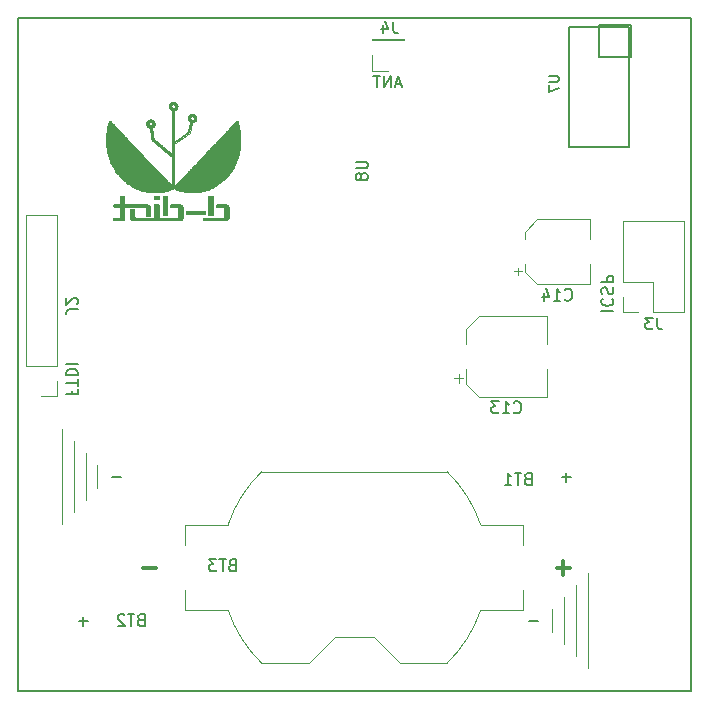
<source format=gbr>
%TF.GenerationSoftware,KiCad,Pcbnew,5.0.2-bee76a0~70~ubuntu18.04.1*%
%TF.CreationDate,2019-09-14T20:18:35+02:00*%
%TF.ProjectId,BT-Pcb-328P,42542d50-6362-42d3-9332-38502e6b6963,2.0*%
%TF.SameCoordinates,Original*%
%TF.FileFunction,Legend,Bot*%
%TF.FilePolarity,Positive*%
%FSLAX46Y46*%
G04 Gerber Fmt 4.6, Leading zero omitted, Abs format (unit mm)*
G04 Created by KiCad (PCBNEW 5.0.2-bee76a0~70~ubuntu18.04.1) date sab 14 set 2019 20:18:35 CEST*
%MOMM*%
%LPD*%
G01*
G04 APERTURE LIST*
%ADD10C,0.300000*%
%ADD11C,0.150000*%
%ADD12C,0.120000*%
%ADD13C,0.010000*%
%ADD14C,0.160000*%
G04 APERTURE END LIST*
D10*
X173799428Y-127869142D02*
X172656571Y-127869142D01*
X173228000Y-128440571D02*
X173228000Y-127297714D01*
X138747428Y-127869142D02*
X137604571Y-127869142D01*
D11*
X159511857Y-86907666D02*
X159035666Y-86907666D01*
X159607095Y-87193380D02*
X159273761Y-86193380D01*
X158940428Y-87193380D01*
X158607095Y-87193380D02*
X158607095Y-86193380D01*
X158035666Y-87193380D01*
X158035666Y-86193380D01*
X157702333Y-86193380D02*
X157130904Y-86193380D01*
X157416619Y-87193380D02*
X157416619Y-86193380D01*
X131643428Y-112863190D02*
X131643428Y-113196523D01*
X131119619Y-113196523D02*
X132119619Y-113196523D01*
X132119619Y-112720333D01*
X132119619Y-112482238D02*
X132119619Y-111910809D01*
X131119619Y-112196523D02*
X132119619Y-112196523D01*
X131119619Y-111577476D02*
X132119619Y-111577476D01*
X132119619Y-111339380D01*
X132072000Y-111196523D01*
X131976761Y-111101285D01*
X131881523Y-111053666D01*
X131691047Y-111006047D01*
X131548190Y-111006047D01*
X131357714Y-111053666D01*
X131262476Y-111101285D01*
X131167238Y-111196523D01*
X131119619Y-111339380D01*
X131119619Y-111577476D01*
X131119619Y-110577476D02*
X132119619Y-110577476D01*
X176458619Y-106124190D02*
X177458619Y-106124190D01*
X176553857Y-105076571D02*
X176506238Y-105124190D01*
X176458619Y-105267047D01*
X176458619Y-105362285D01*
X176506238Y-105505142D01*
X176601476Y-105600380D01*
X176696714Y-105648000D01*
X176887190Y-105695619D01*
X177030047Y-105695619D01*
X177220523Y-105648000D01*
X177315761Y-105600380D01*
X177411000Y-105505142D01*
X177458619Y-105362285D01*
X177458619Y-105267047D01*
X177411000Y-105124190D01*
X177363380Y-105076571D01*
X176506238Y-104695619D02*
X176458619Y-104552761D01*
X176458619Y-104314666D01*
X176506238Y-104219428D01*
X176553857Y-104171809D01*
X176649095Y-104124190D01*
X176744333Y-104124190D01*
X176839571Y-104171809D01*
X176887190Y-104219428D01*
X176934809Y-104314666D01*
X176982428Y-104505142D01*
X177030047Y-104600380D01*
X177077666Y-104648000D01*
X177172904Y-104695619D01*
X177268142Y-104695619D01*
X177363380Y-104648000D01*
X177411000Y-104600380D01*
X177458619Y-104505142D01*
X177458619Y-104267047D01*
X177411000Y-104124190D01*
X176458619Y-103695619D02*
X177458619Y-103695619D01*
X177458619Y-103314666D01*
X177411000Y-103219428D01*
X177363380Y-103171809D01*
X177268142Y-103124190D01*
X177125285Y-103124190D01*
X177030047Y-103171809D01*
X176982428Y-103219428D01*
X176934809Y-103314666D01*
X176934809Y-103695619D01*
X184040000Y-138320000D02*
X184040000Y-81320000D01*
X127040000Y-138320000D02*
X127040000Y-81320000D01*
X127040000Y-138320000D02*
X184040000Y-138320000D01*
X127040000Y-81320000D02*
X184040000Y-81320000D01*
X178943000Y-84582000D02*
X178943000Y-81915000D01*
X178943000Y-81915000D02*
X176276000Y-81915000D01*
X178816000Y-89662000D02*
X178816000Y-92202000D01*
X178816000Y-92202000D02*
X176276000Y-92202000D01*
X178816000Y-84582000D02*
X176276000Y-84582000D01*
X176276000Y-84582000D02*
X176276000Y-82042000D01*
X178816000Y-89662000D02*
X178816000Y-82042000D01*
X178816000Y-82042000D02*
X173736000Y-82042000D01*
X173736000Y-82042000D02*
X173736000Y-92202000D01*
X173736000Y-92202000D02*
X176276000Y-92202000D01*
D12*
X175480000Y-98332000D02*
X175480000Y-100032000D01*
X175480000Y-103852000D02*
X175480000Y-102152000D01*
X171024437Y-103852000D02*
X175480000Y-103852000D01*
X171024437Y-98332000D02*
X175480000Y-98332000D01*
X169960000Y-99396437D02*
X169960000Y-100032000D01*
X169960000Y-102787563D02*
X169960000Y-102152000D01*
X169960000Y-102787563D02*
X171024437Y-103852000D01*
X169960000Y-99396437D02*
X171024437Y-98332000D01*
X169095000Y-102777000D02*
X169720000Y-102777000D01*
X169407500Y-103089500D02*
X169407500Y-102464500D01*
X171812000Y-106572000D02*
X171812000Y-108922000D01*
X171812000Y-113392000D02*
X171812000Y-111042000D01*
X166056437Y-113392000D02*
X171812000Y-113392000D01*
X166056437Y-106572000D02*
X171812000Y-106572000D01*
X164992000Y-107636437D02*
X164992000Y-108922000D01*
X164992000Y-112327563D02*
X164992000Y-111042000D01*
X164992000Y-112327563D02*
X166056437Y-113392000D01*
X164992000Y-107636437D02*
X166056437Y-106572000D01*
X163964500Y-111829500D02*
X164752000Y-111829500D01*
X164358250Y-112223250D02*
X164358250Y-111435750D01*
X133784000Y-119142000D02*
X133784000Y-121142000D01*
X132784000Y-118142000D02*
X132784000Y-122142000D01*
X131784000Y-123142000D02*
X131784000Y-117142000D01*
X130784000Y-116142000D02*
X130784000Y-124142000D01*
X175286000Y-136334000D02*
X175286000Y-128334000D01*
X174286000Y-129334000D02*
X174286000Y-135334000D01*
X173286000Y-134334000D02*
X173286000Y-130334000D01*
X172286000Y-133334000D02*
X172286000Y-131334000D01*
X163385370Y-135949789D02*
G75*
G03X166232000Y-131448000I-7845370J8111789D01*
G01*
X147694630Y-119726211D02*
G75*
G03X144848000Y-124228000I7845370J-8111789D01*
G01*
X147694630Y-135949789D02*
G75*
G02X144848000Y-131448000I7845370J8111789D01*
G01*
X163385370Y-119726211D02*
G75*
G02X166232000Y-124228000I-7845370J-8111789D01*
G01*
X169850000Y-129738000D02*
X169850000Y-131448000D01*
X166232000Y-131448000D02*
X169850000Y-131448000D01*
X159400000Y-135948000D02*
X163387300Y-135948000D01*
X157200000Y-133748000D02*
X159400000Y-135948000D01*
X153880000Y-133748000D02*
X157200000Y-133748000D01*
X153880000Y-133748000D02*
X151680000Y-135948000D01*
X147692700Y-135948000D02*
X151680000Y-135948000D01*
X141230000Y-129738000D02*
X141230000Y-131448000D01*
X141230000Y-131448000D02*
X144848000Y-131448000D01*
X144848000Y-124228000D02*
X141230000Y-124228000D01*
X141230000Y-125938000D02*
X141230000Y-124228000D01*
X163387300Y-119728000D02*
X147692700Y-119728000D01*
X169850000Y-125938000D02*
X169850000Y-124228000D01*
X169850000Y-124228000D02*
X166232000Y-124228000D01*
X157039000Y-83125000D02*
X159699000Y-83125000D01*
X157039000Y-83185000D02*
X157039000Y-83125000D01*
X159699000Y-83185000D02*
X159699000Y-83125000D01*
X157039000Y-83185000D02*
X159699000Y-83185000D01*
X157039000Y-84455000D02*
X157039000Y-85785000D01*
X157039000Y-85785000D02*
X158369000Y-85785000D01*
X178248000Y-98492000D02*
X183448000Y-98492000D01*
X178248000Y-103632000D02*
X178248000Y-98492000D01*
X183448000Y-106232000D02*
X183448000Y-98492000D01*
X178248000Y-103632000D02*
X180848000Y-103632000D01*
X180848000Y-103632000D02*
X180848000Y-106232000D01*
X180848000Y-106232000D02*
X183448000Y-106232000D01*
X178248000Y-104902000D02*
X178248000Y-106232000D01*
X178248000Y-106232000D02*
X179578000Y-106232000D01*
X127702000Y-110744000D02*
X130362000Y-110744000D01*
X127702000Y-110744000D02*
X127702000Y-97984000D01*
X127702000Y-97984000D02*
X130362000Y-97984000D01*
X130362000Y-110744000D02*
X130362000Y-97984000D01*
X130362000Y-113344000D02*
X130362000Y-112014000D01*
X129032000Y-113344000D02*
X130362000Y-113344000D01*
D13*
G36*
X140167200Y-88414075D02*
X140146587Y-88415600D01*
X140129473Y-88418020D01*
X140128575Y-88418196D01*
X140086447Y-88429141D01*
X140046587Y-88444488D01*
X140009252Y-88463980D01*
X139974698Y-88487357D01*
X139943180Y-88514359D01*
X139914953Y-88544729D01*
X139890275Y-88578207D01*
X139869401Y-88614534D01*
X139852586Y-88653451D01*
X139840087Y-88694699D01*
X139835820Y-88714580D01*
X139833194Y-88733677D01*
X139831647Y-88756083D01*
X139831180Y-88780144D01*
X139831793Y-88804202D01*
X139833488Y-88826604D01*
X139835734Y-88842850D01*
X139845721Y-88885068D01*
X139860167Y-88925050D01*
X139878865Y-88962564D01*
X139901609Y-88997383D01*
X139928191Y-89029276D01*
X139958403Y-89058014D01*
X139992040Y-89083368D01*
X140028894Y-89105108D01*
X140068758Y-89123006D01*
X140097510Y-89132873D01*
X140112750Y-89137490D01*
X140113387Y-90993807D01*
X140113427Y-91118193D01*
X140113458Y-91238638D01*
X140113481Y-91355098D01*
X140113497Y-91467533D01*
X140113505Y-91575900D01*
X140113505Y-91680157D01*
X140113497Y-91780262D01*
X140113481Y-91876174D01*
X140113458Y-91967851D01*
X140113427Y-92055250D01*
X140113388Y-92138330D01*
X140113342Y-92217048D01*
X140113289Y-92291364D01*
X140113228Y-92361234D01*
X140113159Y-92426618D01*
X140113083Y-92487473D01*
X140113000Y-92543757D01*
X140112909Y-92595428D01*
X140112811Y-92642445D01*
X140112706Y-92684766D01*
X140112594Y-92722348D01*
X140112475Y-92755150D01*
X140112348Y-92783129D01*
X140112214Y-92806245D01*
X140112074Y-92824454D01*
X140111926Y-92837716D01*
X140111771Y-92845987D01*
X140111610Y-92849227D01*
X140111585Y-92849277D01*
X140109476Y-92847616D01*
X140103583Y-92842827D01*
X140094040Y-92835019D01*
X140080977Y-92824300D01*
X140064526Y-92810779D01*
X140044821Y-92794565D01*
X140021991Y-92775767D01*
X139996170Y-92754494D01*
X139967490Y-92730855D01*
X139936081Y-92704958D01*
X139902077Y-92676912D01*
X139865609Y-92646827D01*
X139826809Y-92614810D01*
X139785808Y-92580971D01*
X139742740Y-92545418D01*
X139697735Y-92508261D01*
X139650925Y-92469608D01*
X139602444Y-92429569D01*
X139552422Y-92388251D01*
X139500991Y-92345764D01*
X139448283Y-92302216D01*
X139394431Y-92257717D01*
X139339566Y-92212375D01*
X139330085Y-92204540D01*
X139275048Y-92159052D01*
X139220997Y-92114380D01*
X139168064Y-92070634D01*
X139116383Y-92027922D01*
X139066085Y-91986354D01*
X139017301Y-91946039D01*
X138970165Y-91907086D01*
X138924809Y-91869605D01*
X138881364Y-91833704D01*
X138839963Y-91799493D01*
X138800737Y-91767080D01*
X138763820Y-91736576D01*
X138729342Y-91708089D01*
X138697437Y-91681728D01*
X138668236Y-91657603D01*
X138641872Y-91635823D01*
X138618476Y-91616496D01*
X138598182Y-91599733D01*
X138581120Y-91585642D01*
X138567423Y-91574332D01*
X138557223Y-91565913D01*
X138550652Y-91560495D01*
X138547843Y-91558185D01*
X138547750Y-91558110D01*
X138546946Y-91555241D01*
X138545483Y-91547370D01*
X138543361Y-91534494D01*
X138540579Y-91516611D01*
X138537138Y-91493718D01*
X138533036Y-91465812D01*
X138528274Y-91432891D01*
X138522850Y-91394951D01*
X138516766Y-91351990D01*
X138510019Y-91304006D01*
X138502611Y-91250995D01*
X138494540Y-91192956D01*
X138485806Y-91129885D01*
X138478332Y-91075737D01*
X138471616Y-91026990D01*
X138465094Y-90979604D01*
X138458800Y-90933821D01*
X138452766Y-90889887D01*
X138447027Y-90848044D01*
X138441615Y-90808539D01*
X138436565Y-90771614D01*
X138431908Y-90737513D01*
X138427678Y-90706481D01*
X138423910Y-90678762D01*
X138420635Y-90654600D01*
X138417888Y-90634238D01*
X138415701Y-90617922D01*
X138414108Y-90605894D01*
X138413142Y-90598400D01*
X138412837Y-90595683D01*
X138412839Y-90595677D01*
X138415237Y-90594528D01*
X138421226Y-90591592D01*
X138429849Y-90587339D01*
X138438134Y-90583240D01*
X138473661Y-90562897D01*
X138506020Y-90538842D01*
X138535057Y-90511455D01*
X138560618Y-90481115D01*
X138582548Y-90448201D01*
X138600691Y-90413091D01*
X138614893Y-90376165D01*
X138624999Y-90337802D01*
X138630854Y-90298381D01*
X138632303Y-90258281D01*
X138632183Y-90256711D01*
X138431428Y-90256711D01*
X138431391Y-90277581D01*
X138429223Y-90297261D01*
X138425418Y-90312558D01*
X138414132Y-90337994D01*
X138398780Y-90361149D01*
X138379941Y-90381419D01*
X138358190Y-90398202D01*
X138334108Y-90410895D01*
X138329351Y-90412782D01*
X138302274Y-90420386D01*
X138274991Y-90422925D01*
X138247642Y-90420395D01*
X138230078Y-90416085D01*
X138204182Y-90405634D01*
X138180979Y-90391184D01*
X138160831Y-90373221D01*
X138144099Y-90352229D01*
X138131143Y-90328692D01*
X138122324Y-90303096D01*
X138118005Y-90275926D01*
X138117618Y-90265148D01*
X138119875Y-90237795D01*
X138126802Y-90212270D01*
X138138474Y-90188398D01*
X138154967Y-90166000D01*
X138164387Y-90155950D01*
X138186142Y-90137273D01*
X138209100Y-90123471D01*
X138233588Y-90114418D01*
X138259931Y-90109985D01*
X138282680Y-90109686D01*
X138310099Y-90113460D01*
X138336007Y-90121829D01*
X138359902Y-90134410D01*
X138381283Y-90150821D01*
X138399651Y-90170678D01*
X138414503Y-90193599D01*
X138425134Y-90218575D01*
X138429341Y-90236444D01*
X138431428Y-90256711D01*
X138632183Y-90256711D01*
X138629192Y-90217882D01*
X138621365Y-90177562D01*
X138614028Y-90152625D01*
X138598243Y-90113176D01*
X138578301Y-90076468D01*
X138554459Y-90042728D01*
X138526973Y-90012183D01*
X138496100Y-89985059D01*
X138462097Y-89961582D01*
X138425221Y-89941980D01*
X138385727Y-89926478D01*
X138345389Y-89915621D01*
X138324768Y-89912348D01*
X138300921Y-89910369D01*
X138275463Y-89909684D01*
X138250006Y-89910294D01*
X138226163Y-89912199D01*
X138205547Y-89915400D01*
X138204732Y-89915572D01*
X138162313Y-89927114D01*
X138122537Y-89942907D01*
X138085606Y-89962747D01*
X138051722Y-89986432D01*
X138021089Y-90013759D01*
X137993910Y-90044525D01*
X137970387Y-90078526D01*
X137950723Y-90115561D01*
X137935121Y-90155425D01*
X137924103Y-90196405D01*
X137921139Y-90214986D01*
X137919222Y-90236956D01*
X137918369Y-90260727D01*
X137918595Y-90284714D01*
X137919918Y-90307331D01*
X137922353Y-90326991D01*
X137922724Y-90329094D01*
X137932777Y-90370261D01*
X137947307Y-90409343D01*
X137966041Y-90446059D01*
X137988708Y-90480126D01*
X138015035Y-90511263D01*
X138044749Y-90539188D01*
X138077579Y-90563618D01*
X138113251Y-90584272D01*
X138151494Y-90600868D01*
X138192035Y-90613124D01*
X138198531Y-90614622D01*
X138209321Y-90616847D01*
X138218951Y-90618549D01*
X138225804Y-90619450D01*
X138227212Y-90619525D01*
X138231825Y-90620285D01*
X138234245Y-90623432D01*
X138235524Y-90629105D01*
X138236020Y-90632535D01*
X138237176Y-90640756D01*
X138238958Y-90653521D01*
X138241331Y-90670589D01*
X138244263Y-90691716D01*
X138247720Y-90716659D01*
X138251668Y-90745173D01*
X138256074Y-90777016D01*
X138260903Y-90811944D01*
X138266122Y-90849714D01*
X138271698Y-90890083D01*
X138277597Y-90932806D01*
X138283785Y-90977642D01*
X138290228Y-91024345D01*
X138296893Y-91072673D01*
X138303747Y-91122382D01*
X138306896Y-91145227D01*
X138313814Y-91195355D01*
X138320567Y-91244140D01*
X138327119Y-91291342D01*
X138333438Y-91336725D01*
X138339489Y-91380048D01*
X138345238Y-91421075D01*
X138350652Y-91459567D01*
X138355698Y-91495285D01*
X138360340Y-91527992D01*
X138364546Y-91557448D01*
X138368282Y-91583415D01*
X138371514Y-91605656D01*
X138374207Y-91623932D01*
X138376329Y-91638004D01*
X138377846Y-91647634D01*
X138378723Y-91652584D01*
X138378907Y-91653227D01*
X138380992Y-91654923D01*
X138386868Y-91659752D01*
X138396409Y-91667611D01*
X138409490Y-91678396D01*
X138425987Y-91692005D01*
X138445775Y-91708334D01*
X138468728Y-91727280D01*
X138494721Y-91748740D01*
X138523630Y-91772610D01*
X138555330Y-91798787D01*
X138589695Y-91827168D01*
X138626600Y-91857649D01*
X138665921Y-91890128D01*
X138707532Y-91924501D01*
X138751309Y-91960665D01*
X138797126Y-91998517D01*
X138844858Y-92037952D01*
X138894381Y-92078869D01*
X138945569Y-92121164D01*
X138998297Y-92164733D01*
X139052441Y-92209473D01*
X139107875Y-92255281D01*
X139164474Y-92302055D01*
X139222114Y-92349689D01*
X139247559Y-92370718D01*
X140114020Y-93086807D01*
X140114020Y-94308315D01*
X140114016Y-94392874D01*
X140114002Y-94475458D01*
X140113980Y-94555937D01*
X140113949Y-94634179D01*
X140113909Y-94710055D01*
X140113861Y-94783431D01*
X140113806Y-94854179D01*
X140113743Y-94922166D01*
X140113672Y-94987262D01*
X140113595Y-95049336D01*
X140113510Y-95108257D01*
X140113419Y-95163894D01*
X140113321Y-95216116D01*
X140113218Y-95264792D01*
X140113108Y-95309792D01*
X140112992Y-95350984D01*
X140112871Y-95388237D01*
X140112745Y-95421420D01*
X140112614Y-95450403D01*
X140112478Y-95475054D01*
X140112337Y-95495243D01*
X140112193Y-95510838D01*
X140112044Y-95521709D01*
X140111891Y-95527725D01*
X140111780Y-95528976D01*
X140109382Y-95526865D01*
X140104293Y-95521627D01*
X140097167Y-95513959D01*
X140088658Y-95504558D01*
X140084767Y-95500190D01*
X140071248Y-95485073D01*
X140057001Y-95469416D01*
X140041796Y-95452980D01*
X140025400Y-95435529D01*
X140007582Y-95416826D01*
X139988111Y-95396634D01*
X139966754Y-95374716D01*
X139943281Y-95350835D01*
X139917459Y-95324754D01*
X139889058Y-95296236D01*
X139857846Y-95265044D01*
X139823590Y-95230942D01*
X139786061Y-95193691D01*
X139760853Y-95168720D01*
X139559444Y-94969330D01*
X138086057Y-93421200D01*
X138008121Y-93339310D01*
X137928917Y-93256089D01*
X137848602Y-93171702D01*
X137767334Y-93086313D01*
X137685267Y-93000086D01*
X137602560Y-92913186D01*
X137519368Y-92825778D01*
X137435848Y-92738026D01*
X137352156Y-92650094D01*
X137268449Y-92562147D01*
X137184884Y-92474348D01*
X137101617Y-92386864D01*
X137018804Y-92299858D01*
X136936603Y-92213494D01*
X136855169Y-92127937D01*
X136774659Y-92043351D01*
X136695230Y-91959902D01*
X136617038Y-91877753D01*
X136540240Y-91797068D01*
X136464992Y-91718013D01*
X136391451Y-91640752D01*
X136319773Y-91565448D01*
X136250114Y-91492267D01*
X136182633Y-91421374D01*
X136117484Y-91352931D01*
X136054824Y-91287105D01*
X135994810Y-91224059D01*
X135937599Y-91163958D01*
X135883347Y-91106966D01*
X135832210Y-91053247D01*
X135784345Y-91002967D01*
X135763020Y-90980567D01*
X135708483Y-90923278D01*
X135654764Y-90866847D01*
X135601973Y-90811388D01*
X135550218Y-90757016D01*
X135499610Y-90703846D01*
X135450258Y-90651994D01*
X135402271Y-90601574D01*
X135355758Y-90552702D01*
X135310830Y-90505492D01*
X135267595Y-90460059D01*
X135226164Y-90416519D01*
X135186644Y-90374986D01*
X135149147Y-90335576D01*
X135113781Y-90298404D01*
X135080656Y-90263584D01*
X135049882Y-90231232D01*
X135021567Y-90201463D01*
X134995821Y-90174391D01*
X134972754Y-90150132D01*
X134952474Y-90128801D01*
X134935093Y-90110513D01*
X134920718Y-90095382D01*
X134909460Y-90083524D01*
X134901427Y-90075055D01*
X134896730Y-90070088D01*
X134895629Y-90068913D01*
X134882098Y-90054868D01*
X134868606Y-90041886D01*
X134855788Y-90030501D01*
X134844280Y-90021247D01*
X134834718Y-90014659D01*
X134827738Y-90011272D01*
X134826788Y-90011040D01*
X134813711Y-90010393D01*
X134801836Y-90013792D01*
X134790819Y-90021488D01*
X134780315Y-90033731D01*
X134769979Y-90050769D01*
X134768758Y-90053101D01*
X134759339Y-90072795D01*
X134748963Y-90097206D01*
X134737718Y-90126083D01*
X134725695Y-90159171D01*
X134712985Y-90196220D01*
X134699677Y-90236974D01*
X134685862Y-90281183D01*
X134677236Y-90309700D01*
X134669905Y-90334396D01*
X134663741Y-90355683D01*
X134658509Y-90374565D01*
X134653975Y-90392043D01*
X134649902Y-90409122D01*
X134646058Y-90426802D01*
X134642206Y-90446087D01*
X134638113Y-90467981D01*
X134633543Y-90493485D01*
X134631522Y-90504959D01*
X134603822Y-90672796D01*
X134580167Y-90837635D01*
X134560553Y-90999546D01*
X134544976Y-91158598D01*
X134533431Y-91314859D01*
X134525914Y-91468400D01*
X134522421Y-91619289D01*
X134522947Y-91767595D01*
X134527488Y-91913389D01*
X134535057Y-92043250D01*
X134548416Y-92194940D01*
X134566729Y-92345807D01*
X134589952Y-92495725D01*
X134618043Y-92644569D01*
X134650958Y-92792214D01*
X134688653Y-92938533D01*
X134731085Y-93083404D01*
X134778212Y-93226699D01*
X134829989Y-93368293D01*
X134886373Y-93508062D01*
X134947321Y-93645880D01*
X135012790Y-93781622D01*
X135082737Y-93915163D01*
X135157117Y-94046377D01*
X135235888Y-94175139D01*
X135312940Y-94292420D01*
X135398670Y-94414322D01*
X135487544Y-94532344D01*
X135579524Y-94646447D01*
X135674573Y-94756598D01*
X135772652Y-94862760D01*
X135873725Y-94964899D01*
X135977753Y-95062978D01*
X136084698Y-95156961D01*
X136194524Y-95246814D01*
X136307192Y-95332501D01*
X136422665Y-95413986D01*
X136540904Y-95491234D01*
X136661872Y-95564209D01*
X136662160Y-95564376D01*
X136772226Y-95625652D01*
X136885018Y-95683682D01*
X136999920Y-95738203D01*
X137116315Y-95788950D01*
X137233585Y-95835659D01*
X137351115Y-95878064D01*
X137468286Y-95915902D01*
X137513060Y-95929164D01*
X137609735Y-95955918D01*
X137704678Y-95979803D01*
X137798695Y-96000957D01*
X137892593Y-96019516D01*
X137987179Y-96035617D01*
X138083258Y-96049395D01*
X138181636Y-96060989D01*
X138283120Y-96070534D01*
X138388516Y-96078167D01*
X138394440Y-96078534D01*
X138410244Y-96079302D01*
X138430467Y-96079964D01*
X138454450Y-96080520D01*
X138481535Y-96080970D01*
X138511061Y-96081313D01*
X138542370Y-96081549D01*
X138574802Y-96081679D01*
X138607699Y-96081703D01*
X138640401Y-96081619D01*
X138672248Y-96081429D01*
X138702581Y-96081132D01*
X138730742Y-96080728D01*
X138756071Y-96080217D01*
X138777908Y-96079599D01*
X138795595Y-96078873D01*
X138800840Y-96078585D01*
X138899274Y-96071943D01*
X138994884Y-96063971D01*
X139088771Y-96054532D01*
X139182036Y-96043488D01*
X139275780Y-96030702D01*
X139371105Y-96016038D01*
X139469112Y-95999356D01*
X139539980Y-95986391D01*
X139573712Y-95979781D01*
X139606209Y-95972807D01*
X139637884Y-95965321D01*
X139669148Y-95957174D01*
X139700415Y-95948214D01*
X139732097Y-95938295D01*
X139764605Y-95927266D01*
X139798354Y-95914977D01*
X139833754Y-95901281D01*
X139871219Y-95886027D01*
X139911160Y-95869066D01*
X139953990Y-95850250D01*
X140000123Y-95829428D01*
X140049969Y-95806451D01*
X140093750Y-95785971D01*
X140114452Y-95776244D01*
X140134139Y-95767016D01*
X140152238Y-95758553D01*
X140168181Y-95751121D01*
X140181395Y-95744985D01*
X140191312Y-95740412D01*
X140197360Y-95737667D01*
X140198265Y-95737270D01*
X140210119Y-95732155D01*
X140251605Y-95751733D01*
X140370133Y-95804876D01*
X140491010Y-95853571D01*
X140614063Y-95897780D01*
X140739123Y-95937466D01*
X140866019Y-95972593D01*
X140994581Y-96003124D01*
X141124637Y-96029021D01*
X141256017Y-96050248D01*
X141388551Y-96066768D01*
X141522068Y-96078545D01*
X141656398Y-96085540D01*
X141791369Y-96087717D01*
X141804390Y-96087671D01*
X141826740Y-96087538D01*
X141848325Y-96087380D01*
X141868415Y-96087204D01*
X141886276Y-96087018D01*
X141901177Y-96086830D01*
X141912386Y-96086647D01*
X141918690Y-96086494D01*
X142059089Y-96079259D01*
X142198882Y-96067028D01*
X142337928Y-96049828D01*
X142476085Y-96027689D01*
X142613210Y-96000637D01*
X142749162Y-95968701D01*
X142883799Y-95931909D01*
X143016978Y-95890289D01*
X143148557Y-95843869D01*
X143149323Y-95843583D01*
X143276682Y-95793302D01*
X143402526Y-95738209D01*
X143526741Y-95678375D01*
X143649215Y-95613871D01*
X143769834Y-95544767D01*
X143888486Y-95471135D01*
X144005057Y-95393044D01*
X144119436Y-95310565D01*
X144231508Y-95223770D01*
X144341161Y-95132729D01*
X144448281Y-95037513D01*
X144472660Y-95014926D01*
X144488510Y-94999927D01*
X144507078Y-94982019D01*
X144527747Y-94961822D01*
X144549899Y-94939957D01*
X144572917Y-94917043D01*
X144596183Y-94893702D01*
X144619080Y-94870553D01*
X144640991Y-94848216D01*
X144661297Y-94827312D01*
X144679383Y-94808461D01*
X144694629Y-94792284D01*
X144699173Y-94787376D01*
X144798661Y-94675555D01*
X144894299Y-94560474D01*
X144985997Y-94442273D01*
X145073669Y-94321091D01*
X145157226Y-94197068D01*
X145236579Y-94070345D01*
X145311640Y-93941062D01*
X145382321Y-93809357D01*
X145448534Y-93675372D01*
X145510191Y-93539246D01*
X145557226Y-93426280D01*
X145610670Y-93285908D01*
X145659509Y-93143508D01*
X145703734Y-92999212D01*
X145743334Y-92853153D01*
X145778301Y-92705463D01*
X145808627Y-92556277D01*
X145834303Y-92405726D01*
X145855319Y-92253944D01*
X145871667Y-92101063D01*
X145883337Y-91947217D01*
X145890322Y-91792538D01*
X145892612Y-91637159D01*
X145890197Y-91481213D01*
X145883070Y-91324833D01*
X145871222Y-91168152D01*
X145854642Y-91011303D01*
X145833324Y-90854419D01*
X145807256Y-90697632D01*
X145776432Y-90541076D01*
X145756426Y-90450670D01*
X145749538Y-90421307D01*
X145742088Y-90390524D01*
X145734199Y-90358776D01*
X145725997Y-90326516D01*
X145717607Y-90294199D01*
X145709155Y-90262279D01*
X145700765Y-90231211D01*
X145692563Y-90201448D01*
X145684674Y-90173445D01*
X145677223Y-90147657D01*
X145670335Y-90124536D01*
X145664136Y-90104539D01*
X145658750Y-90088118D01*
X145654303Y-90075729D01*
X145650925Y-90067835D01*
X145640036Y-90051430D01*
X145626447Y-90039200D01*
X145610611Y-90031339D01*
X145592985Y-90028042D01*
X145574024Y-90029503D01*
X145565957Y-90031527D01*
X145551419Y-90037571D01*
X145535602Y-90047413D01*
X145518326Y-90061209D01*
X145499413Y-90079117D01*
X145478686Y-90101293D01*
X145455967Y-90127893D01*
X145454761Y-90129360D01*
X145450102Y-90134738D01*
X145442123Y-90143586D01*
X145431016Y-90155701D01*
X145416971Y-90170880D01*
X145400179Y-90188919D01*
X145380831Y-90209617D01*
X145359117Y-90232770D01*
X145335230Y-90258176D01*
X145309358Y-90285632D01*
X145281694Y-90314935D01*
X145252428Y-90345882D01*
X145221751Y-90378271D01*
X145189854Y-90411899D01*
X145156927Y-90446563D01*
X145123162Y-90482060D01*
X145095000Y-90511630D01*
X145074767Y-90532861D01*
X145051156Y-90557638D01*
X145024290Y-90585831D01*
X144994295Y-90617308D01*
X144961296Y-90651937D01*
X144925417Y-90689588D01*
X144886785Y-90730129D01*
X144845524Y-90773429D01*
X144801759Y-90819357D01*
X144755615Y-90867782D01*
X144707217Y-90918572D01*
X144656691Y-90971595D01*
X144604160Y-91026722D01*
X144549752Y-91083820D01*
X144493590Y-91142758D01*
X144435799Y-91203405D01*
X144376505Y-91265631D01*
X144315833Y-91329302D01*
X144253908Y-91394289D01*
X144190854Y-91460460D01*
X144126797Y-91527684D01*
X144061863Y-91595829D01*
X143996175Y-91664765D01*
X143929859Y-91734359D01*
X143863041Y-91804482D01*
X143795844Y-91875001D01*
X143728395Y-91945785D01*
X143660818Y-92016704D01*
X143593239Y-92087625D01*
X143554443Y-92128340D01*
X143434938Y-92253755D01*
X143318882Y-92375550D01*
X143206219Y-92493784D01*
X143096895Y-92608514D01*
X142990854Y-92719799D01*
X142888040Y-92827697D01*
X142788399Y-92932266D01*
X142691875Y-93033564D01*
X142598411Y-93131648D01*
X142507955Y-93226578D01*
X142420448Y-93318411D01*
X142335838Y-93407206D01*
X142254067Y-93493020D01*
X142175081Y-93575911D01*
X142098824Y-93655938D01*
X142025242Y-93733159D01*
X141954278Y-93807631D01*
X141885877Y-93879414D01*
X141819984Y-93948564D01*
X141756543Y-94015141D01*
X141695500Y-94079202D01*
X141636798Y-94140805D01*
X141580383Y-94200008D01*
X141526199Y-94256870D01*
X141474191Y-94311449D01*
X141424303Y-94363802D01*
X141376480Y-94413988D01*
X141330666Y-94462065D01*
X141286807Y-94508091D01*
X141244847Y-94552124D01*
X141204730Y-94594222D01*
X141166402Y-94634443D01*
X141129806Y-94672846D01*
X141094888Y-94709488D01*
X141061592Y-94744428D01*
X141029862Y-94777723D01*
X140999644Y-94809433D01*
X140970882Y-94839614D01*
X140943520Y-94868324D01*
X140917504Y-94895623D01*
X140892778Y-94921568D01*
X140869286Y-94946218D01*
X140846974Y-94969629D01*
X140825785Y-94991862D01*
X140805665Y-95012972D01*
X140786558Y-95033019D01*
X140768408Y-95052061D01*
X140751161Y-95070156D01*
X140734761Y-95087361D01*
X140719153Y-95103736D01*
X140704281Y-95119338D01*
X140690090Y-95134225D01*
X140676524Y-95148455D01*
X140663529Y-95162086D01*
X140651048Y-95175177D01*
X140639027Y-95187786D01*
X140627411Y-95199970D01*
X140616143Y-95211788D01*
X140605168Y-95223298D01*
X140594431Y-95234558D01*
X140591878Y-95237236D01*
X140555889Y-95275010D01*
X140523259Y-95309332D01*
X140493809Y-95340391D01*
X140467360Y-95368382D01*
X140443735Y-95393496D01*
X140422754Y-95415926D01*
X140404238Y-95435863D01*
X140388010Y-95453501D01*
X140373890Y-95469031D01*
X140361700Y-95482645D01*
X140351261Y-95494537D01*
X140342394Y-95504898D01*
X140335338Y-95513409D01*
X140324337Y-95526837D01*
X140314353Y-95538860D01*
X140305840Y-95548943D01*
X140299255Y-95556551D01*
X140295052Y-95561150D01*
X140293725Y-95562304D01*
X140293583Y-95559803D01*
X140293447Y-95552409D01*
X140293318Y-95540306D01*
X140293194Y-95523680D01*
X140293077Y-95502717D01*
X140292966Y-95477602D01*
X140292861Y-95448522D01*
X140292762Y-95415661D01*
X140292668Y-95379206D01*
X140292581Y-95339343D01*
X140292500Y-95296256D01*
X140292425Y-95250132D01*
X140292355Y-95201157D01*
X140292292Y-95149516D01*
X140292234Y-95095395D01*
X140292182Y-95038979D01*
X140292136Y-94980454D01*
X140292095Y-94920007D01*
X140292060Y-94857822D01*
X140292031Y-94794085D01*
X140292008Y-94728983D01*
X140291989Y-94662700D01*
X140291977Y-94595423D01*
X140291970Y-94527336D01*
X140291968Y-94458627D01*
X140291972Y-94389481D01*
X140291981Y-94320082D01*
X140291996Y-94250618D01*
X140292016Y-94181273D01*
X140292041Y-94112234D01*
X140292071Y-94043686D01*
X140292107Y-93975814D01*
X140292148Y-93908805D01*
X140292193Y-93842845D01*
X140292245Y-93778118D01*
X140292301Y-93714811D01*
X140292362Y-93653109D01*
X140292428Y-93593198D01*
X140292499Y-93535264D01*
X140292575Y-93479492D01*
X140292657Y-93426069D01*
X140292742Y-93375179D01*
X140292833Y-93327009D01*
X140292929Y-93281744D01*
X140293029Y-93239569D01*
X140293134Y-93200672D01*
X140293244Y-93165237D01*
X140293358Y-93133450D01*
X140293478Y-93105497D01*
X140293601Y-93081563D01*
X140293729Y-93061834D01*
X140293862Y-93046496D01*
X140294000Y-93035735D01*
X140294141Y-93029736D01*
X140294194Y-93028770D01*
X140294926Y-93017208D01*
X140295049Y-93008018D01*
X140294567Y-93002256D01*
X140294071Y-93000957D01*
X140293828Y-92998187D01*
X140293593Y-92990551D01*
X140293369Y-92978263D01*
X140293156Y-92961537D01*
X140292955Y-92940587D01*
X140292767Y-92915627D01*
X140292594Y-92886871D01*
X140292435Y-92854532D01*
X140292292Y-92818825D01*
X140292166Y-92779964D01*
X140292058Y-92738162D01*
X140291969Y-92693634D01*
X140291900Y-92646594D01*
X140291852Y-92597255D01*
X140291825Y-92545832D01*
X140291820Y-92511584D01*
X140291820Y-92024624D01*
X141644370Y-91097324D01*
X141736960Y-90626060D01*
X141829549Y-90154797D01*
X141837290Y-90153713D01*
X141872117Y-90148019D01*
X141902949Y-90141106D01*
X141930794Y-90132627D01*
X141956663Y-90122235D01*
X141981563Y-90109585D01*
X142002510Y-90096933D01*
X142036127Y-90072281D01*
X142066400Y-90043955D01*
X142093097Y-90012297D01*
X142115986Y-89977650D01*
X142134832Y-89940357D01*
X142149403Y-89900759D01*
X142157544Y-89869010D01*
X142160063Y-89853245D01*
X142161914Y-89834012D01*
X142163046Y-89812884D01*
X142163296Y-89797890D01*
X141964188Y-89797890D01*
X141961747Y-89825251D01*
X141954660Y-89851243D01*
X141943278Y-89875410D01*
X141927950Y-89897292D01*
X141909029Y-89916433D01*
X141886865Y-89932376D01*
X141861809Y-89944662D01*
X141847964Y-89949392D01*
X141833212Y-89952287D01*
X141815450Y-89953556D01*
X141796464Y-89953253D01*
X141778037Y-89951429D01*
X141761956Y-89948138D01*
X141757400Y-89946716D01*
X141732302Y-89935392D01*
X141709471Y-89919991D01*
X141689511Y-89901111D01*
X141673028Y-89879346D01*
X141660626Y-89855296D01*
X141658164Y-89848796D01*
X141651262Y-89823149D01*
X141649030Y-89798238D01*
X141651374Y-89773021D01*
X141651481Y-89772430D01*
X141658744Y-89745545D01*
X141669938Y-89721255D01*
X141684583Y-89699768D01*
X141702200Y-89681292D01*
X141722308Y-89666037D01*
X141744428Y-89654209D01*
X141768080Y-89646018D01*
X141792783Y-89641671D01*
X141818059Y-89641377D01*
X141843426Y-89645343D01*
X141868407Y-89653780D01*
X141892519Y-89666893D01*
X141893364Y-89667455D01*
X141915552Y-89685096D01*
X141933611Y-89705633D01*
X141947718Y-89729268D01*
X141947738Y-89729310D01*
X141956000Y-89748497D01*
X141961165Y-89766056D01*
X141963710Y-89783971D01*
X141964188Y-89797890D01*
X142163296Y-89797890D01*
X142163405Y-89791434D01*
X142162939Y-89771237D01*
X142161597Y-89753866D01*
X142161419Y-89752395D01*
X142153713Y-89710913D01*
X142141382Y-89671144D01*
X142124659Y-89633423D01*
X142103778Y-89598085D01*
X142078974Y-89565464D01*
X142050480Y-89535895D01*
X142018531Y-89509713D01*
X141983360Y-89487252D01*
X141971631Y-89480990D01*
X141939298Y-89466088D01*
X141907843Y-89455054D01*
X141875793Y-89447510D01*
X141841675Y-89443073D01*
X141819630Y-89441746D01*
X141780243Y-89442079D01*
X141743198Y-89446340D01*
X141707376Y-89454767D01*
X141671653Y-89467597D01*
X141649371Y-89477715D01*
X141611823Y-89498737D01*
X141577773Y-89523400D01*
X141547340Y-89551548D01*
X141520646Y-89583026D01*
X141497812Y-89617679D01*
X141478958Y-89655350D01*
X141464205Y-89695886D01*
X141456457Y-89725548D01*
X141454254Y-89738741D01*
X141452512Y-89755585D01*
X141451278Y-89774667D01*
X141450602Y-89794575D01*
X141450529Y-89813896D01*
X141451109Y-89831219D01*
X141452389Y-89845130D01*
X141452409Y-89845270D01*
X141460698Y-89886656D01*
X141473473Y-89926377D01*
X141490487Y-89964045D01*
X141511496Y-89999273D01*
X141536254Y-90031673D01*
X141564515Y-90060857D01*
X141596034Y-90086438D01*
X141611936Y-90097127D01*
X141622843Y-90104405D01*
X141629576Y-90109920D01*
X141632565Y-90114050D01*
X141632810Y-90115390D01*
X141632323Y-90118389D01*
X141630902Y-90126114D01*
X141628599Y-90138306D01*
X141625462Y-90154707D01*
X141621543Y-90175057D01*
X141616892Y-90199099D01*
X141611558Y-90226575D01*
X141605593Y-90257224D01*
X141599047Y-90290791D01*
X141591969Y-90327014D01*
X141584411Y-90365638D01*
X141576423Y-90406402D01*
X141568054Y-90449049D01*
X141559356Y-90493319D01*
X141550378Y-90538955D01*
X141548404Y-90548980D01*
X141464030Y-90977491D01*
X140880361Y-91377655D01*
X140831173Y-91411372D01*
X140783068Y-91444336D01*
X140736215Y-91476430D01*
X140690783Y-91507539D01*
X140646940Y-91537548D01*
X140604857Y-91566342D01*
X140564700Y-91593805D01*
X140526641Y-91619823D01*
X140490846Y-91644279D01*
X140457486Y-91667059D01*
X140426728Y-91688046D01*
X140398743Y-91707127D01*
X140373698Y-91724185D01*
X140351764Y-91739105D01*
X140333107Y-91751773D01*
X140317899Y-91762072D01*
X140306307Y-91769887D01*
X140298500Y-91775103D01*
X140294647Y-91777604D01*
X140294253Y-91777820D01*
X140294062Y-91775288D01*
X140293880Y-91767728D01*
X140293708Y-91755190D01*
X140293546Y-91737726D01*
X140293394Y-91715386D01*
X140293251Y-91688223D01*
X140293119Y-91656286D01*
X140292997Y-91619628D01*
X140292884Y-91578300D01*
X140292782Y-91532352D01*
X140292691Y-91481836D01*
X140292609Y-91426803D01*
X140292538Y-91367305D01*
X140292478Y-91303392D01*
X140292428Y-91235116D01*
X140292388Y-91162527D01*
X140292360Y-91085678D01*
X140292342Y-91004619D01*
X140292335Y-90919401D01*
X140292339Y-90830076D01*
X140292354Y-90736695D01*
X140292380Y-90639309D01*
X140292417Y-90537969D01*
X140292453Y-90456554D01*
X140293090Y-89135288D01*
X140316514Y-89127180D01*
X140357309Y-89110506D01*
X140395054Y-89089778D01*
X140429792Y-89064968D01*
X140452051Y-89045436D01*
X140481058Y-89014485D01*
X140505809Y-88981142D01*
X140526303Y-88945787D01*
X140542541Y-88908798D01*
X140554522Y-88870554D01*
X140562246Y-88831435D01*
X140565713Y-88791818D01*
X140565466Y-88779350D01*
X140365480Y-88779350D01*
X140364534Y-88799327D01*
X140361389Y-88817412D01*
X140355590Y-88835483D01*
X140347253Y-88854248D01*
X140340787Y-88866346D01*
X140333788Y-88876732D01*
X140324983Y-88887124D01*
X140316163Y-88896221D01*
X140293279Y-88915678D01*
X140268589Y-88930473D01*
X140242373Y-88940524D01*
X140214912Y-88945752D01*
X140186485Y-88946075D01*
X140158470Y-88941679D01*
X140135391Y-88933933D01*
X140112510Y-88922106D01*
X140091176Y-88907063D01*
X140072737Y-88889671D01*
X140066934Y-88882834D01*
X140051000Y-88858832D01*
X140039590Y-88833055D01*
X140032745Y-88806078D01*
X140030507Y-88778474D01*
X140032916Y-88750816D01*
X140040013Y-88723680D01*
X140051839Y-88697637D01*
X140053516Y-88694719D01*
X140059059Y-88686630D01*
X140067045Y-88676648D01*
X140076191Y-88666329D01*
X140081478Y-88660845D01*
X140103793Y-88641955D01*
X140128308Y-88627614D01*
X140154787Y-88617919D01*
X140182995Y-88612967D01*
X140199110Y-88612300D01*
X140227698Y-88614714D01*
X140254379Y-88621772D01*
X140279335Y-88633550D01*
X140302747Y-88650127D01*
X140316230Y-88662510D01*
X140335518Y-88685022D01*
X140349991Y-88709110D01*
X140359704Y-88734903D01*
X140364711Y-88762531D01*
X140365480Y-88779350D01*
X140565466Y-88779350D01*
X140564924Y-88752084D01*
X140559878Y-88712611D01*
X140550575Y-88673777D01*
X140537015Y-88635962D01*
X140519198Y-88599545D01*
X140497124Y-88564905D01*
X140470792Y-88532420D01*
X140452139Y-88513347D01*
X140419160Y-88485411D01*
X140383461Y-88461752D01*
X140345146Y-88442425D01*
X140304323Y-88427486D01*
X140273249Y-88419437D01*
X140256354Y-88416673D01*
X140235888Y-88414743D01*
X140213264Y-88413659D01*
X140189897Y-88413432D01*
X140167200Y-88414075D01*
X140167200Y-88414075D01*
G37*
X140167200Y-88414075D02*
X140146587Y-88415600D01*
X140129473Y-88418020D01*
X140128575Y-88418196D01*
X140086447Y-88429141D01*
X140046587Y-88444488D01*
X140009252Y-88463980D01*
X139974698Y-88487357D01*
X139943180Y-88514359D01*
X139914953Y-88544729D01*
X139890275Y-88578207D01*
X139869401Y-88614534D01*
X139852586Y-88653451D01*
X139840087Y-88694699D01*
X139835820Y-88714580D01*
X139833194Y-88733677D01*
X139831647Y-88756083D01*
X139831180Y-88780144D01*
X139831793Y-88804202D01*
X139833488Y-88826604D01*
X139835734Y-88842850D01*
X139845721Y-88885068D01*
X139860167Y-88925050D01*
X139878865Y-88962564D01*
X139901609Y-88997383D01*
X139928191Y-89029276D01*
X139958403Y-89058014D01*
X139992040Y-89083368D01*
X140028894Y-89105108D01*
X140068758Y-89123006D01*
X140097510Y-89132873D01*
X140112750Y-89137490D01*
X140113387Y-90993807D01*
X140113427Y-91118193D01*
X140113458Y-91238638D01*
X140113481Y-91355098D01*
X140113497Y-91467533D01*
X140113505Y-91575900D01*
X140113505Y-91680157D01*
X140113497Y-91780262D01*
X140113481Y-91876174D01*
X140113458Y-91967851D01*
X140113427Y-92055250D01*
X140113388Y-92138330D01*
X140113342Y-92217048D01*
X140113289Y-92291364D01*
X140113228Y-92361234D01*
X140113159Y-92426618D01*
X140113083Y-92487473D01*
X140113000Y-92543757D01*
X140112909Y-92595428D01*
X140112811Y-92642445D01*
X140112706Y-92684766D01*
X140112594Y-92722348D01*
X140112475Y-92755150D01*
X140112348Y-92783129D01*
X140112214Y-92806245D01*
X140112074Y-92824454D01*
X140111926Y-92837716D01*
X140111771Y-92845987D01*
X140111610Y-92849227D01*
X140111585Y-92849277D01*
X140109476Y-92847616D01*
X140103583Y-92842827D01*
X140094040Y-92835019D01*
X140080977Y-92824300D01*
X140064526Y-92810779D01*
X140044821Y-92794565D01*
X140021991Y-92775767D01*
X139996170Y-92754494D01*
X139967490Y-92730855D01*
X139936081Y-92704958D01*
X139902077Y-92676912D01*
X139865609Y-92646827D01*
X139826809Y-92614810D01*
X139785808Y-92580971D01*
X139742740Y-92545418D01*
X139697735Y-92508261D01*
X139650925Y-92469608D01*
X139602444Y-92429569D01*
X139552422Y-92388251D01*
X139500991Y-92345764D01*
X139448283Y-92302216D01*
X139394431Y-92257717D01*
X139339566Y-92212375D01*
X139330085Y-92204540D01*
X139275048Y-92159052D01*
X139220997Y-92114380D01*
X139168064Y-92070634D01*
X139116383Y-92027922D01*
X139066085Y-91986354D01*
X139017301Y-91946039D01*
X138970165Y-91907086D01*
X138924809Y-91869605D01*
X138881364Y-91833704D01*
X138839963Y-91799493D01*
X138800737Y-91767080D01*
X138763820Y-91736576D01*
X138729342Y-91708089D01*
X138697437Y-91681728D01*
X138668236Y-91657603D01*
X138641872Y-91635823D01*
X138618476Y-91616496D01*
X138598182Y-91599733D01*
X138581120Y-91585642D01*
X138567423Y-91574332D01*
X138557223Y-91565913D01*
X138550652Y-91560495D01*
X138547843Y-91558185D01*
X138547750Y-91558110D01*
X138546946Y-91555241D01*
X138545483Y-91547370D01*
X138543361Y-91534494D01*
X138540579Y-91516611D01*
X138537138Y-91493718D01*
X138533036Y-91465812D01*
X138528274Y-91432891D01*
X138522850Y-91394951D01*
X138516766Y-91351990D01*
X138510019Y-91304006D01*
X138502611Y-91250995D01*
X138494540Y-91192956D01*
X138485806Y-91129885D01*
X138478332Y-91075737D01*
X138471616Y-91026990D01*
X138465094Y-90979604D01*
X138458800Y-90933821D01*
X138452766Y-90889887D01*
X138447027Y-90848044D01*
X138441615Y-90808539D01*
X138436565Y-90771614D01*
X138431908Y-90737513D01*
X138427678Y-90706481D01*
X138423910Y-90678762D01*
X138420635Y-90654600D01*
X138417888Y-90634238D01*
X138415701Y-90617922D01*
X138414108Y-90605894D01*
X138413142Y-90598400D01*
X138412837Y-90595683D01*
X138412839Y-90595677D01*
X138415237Y-90594528D01*
X138421226Y-90591592D01*
X138429849Y-90587339D01*
X138438134Y-90583240D01*
X138473661Y-90562897D01*
X138506020Y-90538842D01*
X138535057Y-90511455D01*
X138560618Y-90481115D01*
X138582548Y-90448201D01*
X138600691Y-90413091D01*
X138614893Y-90376165D01*
X138624999Y-90337802D01*
X138630854Y-90298381D01*
X138632303Y-90258281D01*
X138632183Y-90256711D01*
X138431428Y-90256711D01*
X138431391Y-90277581D01*
X138429223Y-90297261D01*
X138425418Y-90312558D01*
X138414132Y-90337994D01*
X138398780Y-90361149D01*
X138379941Y-90381419D01*
X138358190Y-90398202D01*
X138334108Y-90410895D01*
X138329351Y-90412782D01*
X138302274Y-90420386D01*
X138274991Y-90422925D01*
X138247642Y-90420395D01*
X138230078Y-90416085D01*
X138204182Y-90405634D01*
X138180979Y-90391184D01*
X138160831Y-90373221D01*
X138144099Y-90352229D01*
X138131143Y-90328692D01*
X138122324Y-90303096D01*
X138118005Y-90275926D01*
X138117618Y-90265148D01*
X138119875Y-90237795D01*
X138126802Y-90212270D01*
X138138474Y-90188398D01*
X138154967Y-90166000D01*
X138164387Y-90155950D01*
X138186142Y-90137273D01*
X138209100Y-90123471D01*
X138233588Y-90114418D01*
X138259931Y-90109985D01*
X138282680Y-90109686D01*
X138310099Y-90113460D01*
X138336007Y-90121829D01*
X138359902Y-90134410D01*
X138381283Y-90150821D01*
X138399651Y-90170678D01*
X138414503Y-90193599D01*
X138425134Y-90218575D01*
X138429341Y-90236444D01*
X138431428Y-90256711D01*
X138632183Y-90256711D01*
X138629192Y-90217882D01*
X138621365Y-90177562D01*
X138614028Y-90152625D01*
X138598243Y-90113176D01*
X138578301Y-90076468D01*
X138554459Y-90042728D01*
X138526973Y-90012183D01*
X138496100Y-89985059D01*
X138462097Y-89961582D01*
X138425221Y-89941980D01*
X138385727Y-89926478D01*
X138345389Y-89915621D01*
X138324768Y-89912348D01*
X138300921Y-89910369D01*
X138275463Y-89909684D01*
X138250006Y-89910294D01*
X138226163Y-89912199D01*
X138205547Y-89915400D01*
X138204732Y-89915572D01*
X138162313Y-89927114D01*
X138122537Y-89942907D01*
X138085606Y-89962747D01*
X138051722Y-89986432D01*
X138021089Y-90013759D01*
X137993910Y-90044525D01*
X137970387Y-90078526D01*
X137950723Y-90115561D01*
X137935121Y-90155425D01*
X137924103Y-90196405D01*
X137921139Y-90214986D01*
X137919222Y-90236956D01*
X137918369Y-90260727D01*
X137918595Y-90284714D01*
X137919918Y-90307331D01*
X137922353Y-90326991D01*
X137922724Y-90329094D01*
X137932777Y-90370261D01*
X137947307Y-90409343D01*
X137966041Y-90446059D01*
X137988708Y-90480126D01*
X138015035Y-90511263D01*
X138044749Y-90539188D01*
X138077579Y-90563618D01*
X138113251Y-90584272D01*
X138151494Y-90600868D01*
X138192035Y-90613124D01*
X138198531Y-90614622D01*
X138209321Y-90616847D01*
X138218951Y-90618549D01*
X138225804Y-90619450D01*
X138227212Y-90619525D01*
X138231825Y-90620285D01*
X138234245Y-90623432D01*
X138235524Y-90629105D01*
X138236020Y-90632535D01*
X138237176Y-90640756D01*
X138238958Y-90653521D01*
X138241331Y-90670589D01*
X138244263Y-90691716D01*
X138247720Y-90716659D01*
X138251668Y-90745173D01*
X138256074Y-90777016D01*
X138260903Y-90811944D01*
X138266122Y-90849714D01*
X138271698Y-90890083D01*
X138277597Y-90932806D01*
X138283785Y-90977642D01*
X138290228Y-91024345D01*
X138296893Y-91072673D01*
X138303747Y-91122382D01*
X138306896Y-91145227D01*
X138313814Y-91195355D01*
X138320567Y-91244140D01*
X138327119Y-91291342D01*
X138333438Y-91336725D01*
X138339489Y-91380048D01*
X138345238Y-91421075D01*
X138350652Y-91459567D01*
X138355698Y-91495285D01*
X138360340Y-91527992D01*
X138364546Y-91557448D01*
X138368282Y-91583415D01*
X138371514Y-91605656D01*
X138374207Y-91623932D01*
X138376329Y-91638004D01*
X138377846Y-91647634D01*
X138378723Y-91652584D01*
X138378907Y-91653227D01*
X138380992Y-91654923D01*
X138386868Y-91659752D01*
X138396409Y-91667611D01*
X138409490Y-91678396D01*
X138425987Y-91692005D01*
X138445775Y-91708334D01*
X138468728Y-91727280D01*
X138494721Y-91748740D01*
X138523630Y-91772610D01*
X138555330Y-91798787D01*
X138589695Y-91827168D01*
X138626600Y-91857649D01*
X138665921Y-91890128D01*
X138707532Y-91924501D01*
X138751309Y-91960665D01*
X138797126Y-91998517D01*
X138844858Y-92037952D01*
X138894381Y-92078869D01*
X138945569Y-92121164D01*
X138998297Y-92164733D01*
X139052441Y-92209473D01*
X139107875Y-92255281D01*
X139164474Y-92302055D01*
X139222114Y-92349689D01*
X139247559Y-92370718D01*
X140114020Y-93086807D01*
X140114020Y-94308315D01*
X140114016Y-94392874D01*
X140114002Y-94475458D01*
X140113980Y-94555937D01*
X140113949Y-94634179D01*
X140113909Y-94710055D01*
X140113861Y-94783431D01*
X140113806Y-94854179D01*
X140113743Y-94922166D01*
X140113672Y-94987262D01*
X140113595Y-95049336D01*
X140113510Y-95108257D01*
X140113419Y-95163894D01*
X140113321Y-95216116D01*
X140113218Y-95264792D01*
X140113108Y-95309792D01*
X140112992Y-95350984D01*
X140112871Y-95388237D01*
X140112745Y-95421420D01*
X140112614Y-95450403D01*
X140112478Y-95475054D01*
X140112337Y-95495243D01*
X140112193Y-95510838D01*
X140112044Y-95521709D01*
X140111891Y-95527725D01*
X140111780Y-95528976D01*
X140109382Y-95526865D01*
X140104293Y-95521627D01*
X140097167Y-95513959D01*
X140088658Y-95504558D01*
X140084767Y-95500190D01*
X140071248Y-95485073D01*
X140057001Y-95469416D01*
X140041796Y-95452980D01*
X140025400Y-95435529D01*
X140007582Y-95416826D01*
X139988111Y-95396634D01*
X139966754Y-95374716D01*
X139943281Y-95350835D01*
X139917459Y-95324754D01*
X139889058Y-95296236D01*
X139857846Y-95265044D01*
X139823590Y-95230942D01*
X139786061Y-95193691D01*
X139760853Y-95168720D01*
X139559444Y-94969330D01*
X138086057Y-93421200D01*
X138008121Y-93339310D01*
X137928917Y-93256089D01*
X137848602Y-93171702D01*
X137767334Y-93086313D01*
X137685267Y-93000086D01*
X137602560Y-92913186D01*
X137519368Y-92825778D01*
X137435848Y-92738026D01*
X137352156Y-92650094D01*
X137268449Y-92562147D01*
X137184884Y-92474348D01*
X137101617Y-92386864D01*
X137018804Y-92299858D01*
X136936603Y-92213494D01*
X136855169Y-92127937D01*
X136774659Y-92043351D01*
X136695230Y-91959902D01*
X136617038Y-91877753D01*
X136540240Y-91797068D01*
X136464992Y-91718013D01*
X136391451Y-91640752D01*
X136319773Y-91565448D01*
X136250114Y-91492267D01*
X136182633Y-91421374D01*
X136117484Y-91352931D01*
X136054824Y-91287105D01*
X135994810Y-91224059D01*
X135937599Y-91163958D01*
X135883347Y-91106966D01*
X135832210Y-91053247D01*
X135784345Y-91002967D01*
X135763020Y-90980567D01*
X135708483Y-90923278D01*
X135654764Y-90866847D01*
X135601973Y-90811388D01*
X135550218Y-90757016D01*
X135499610Y-90703846D01*
X135450258Y-90651994D01*
X135402271Y-90601574D01*
X135355758Y-90552702D01*
X135310830Y-90505492D01*
X135267595Y-90460059D01*
X135226164Y-90416519D01*
X135186644Y-90374986D01*
X135149147Y-90335576D01*
X135113781Y-90298404D01*
X135080656Y-90263584D01*
X135049882Y-90231232D01*
X135021567Y-90201463D01*
X134995821Y-90174391D01*
X134972754Y-90150132D01*
X134952474Y-90128801D01*
X134935093Y-90110513D01*
X134920718Y-90095382D01*
X134909460Y-90083524D01*
X134901427Y-90075055D01*
X134896730Y-90070088D01*
X134895629Y-90068913D01*
X134882098Y-90054868D01*
X134868606Y-90041886D01*
X134855788Y-90030501D01*
X134844280Y-90021247D01*
X134834718Y-90014659D01*
X134827738Y-90011272D01*
X134826788Y-90011040D01*
X134813711Y-90010393D01*
X134801836Y-90013792D01*
X134790819Y-90021488D01*
X134780315Y-90033731D01*
X134769979Y-90050769D01*
X134768758Y-90053101D01*
X134759339Y-90072795D01*
X134748963Y-90097206D01*
X134737718Y-90126083D01*
X134725695Y-90159171D01*
X134712985Y-90196220D01*
X134699677Y-90236974D01*
X134685862Y-90281183D01*
X134677236Y-90309700D01*
X134669905Y-90334396D01*
X134663741Y-90355683D01*
X134658509Y-90374565D01*
X134653975Y-90392043D01*
X134649902Y-90409122D01*
X134646058Y-90426802D01*
X134642206Y-90446087D01*
X134638113Y-90467981D01*
X134633543Y-90493485D01*
X134631522Y-90504959D01*
X134603822Y-90672796D01*
X134580167Y-90837635D01*
X134560553Y-90999546D01*
X134544976Y-91158598D01*
X134533431Y-91314859D01*
X134525914Y-91468400D01*
X134522421Y-91619289D01*
X134522947Y-91767595D01*
X134527488Y-91913389D01*
X134535057Y-92043250D01*
X134548416Y-92194940D01*
X134566729Y-92345807D01*
X134589952Y-92495725D01*
X134618043Y-92644569D01*
X134650958Y-92792214D01*
X134688653Y-92938533D01*
X134731085Y-93083404D01*
X134778212Y-93226699D01*
X134829989Y-93368293D01*
X134886373Y-93508062D01*
X134947321Y-93645880D01*
X135012790Y-93781622D01*
X135082737Y-93915163D01*
X135157117Y-94046377D01*
X135235888Y-94175139D01*
X135312940Y-94292420D01*
X135398670Y-94414322D01*
X135487544Y-94532344D01*
X135579524Y-94646447D01*
X135674573Y-94756598D01*
X135772652Y-94862760D01*
X135873725Y-94964899D01*
X135977753Y-95062978D01*
X136084698Y-95156961D01*
X136194524Y-95246814D01*
X136307192Y-95332501D01*
X136422665Y-95413986D01*
X136540904Y-95491234D01*
X136661872Y-95564209D01*
X136662160Y-95564376D01*
X136772226Y-95625652D01*
X136885018Y-95683682D01*
X136999920Y-95738203D01*
X137116315Y-95788950D01*
X137233585Y-95835659D01*
X137351115Y-95878064D01*
X137468286Y-95915902D01*
X137513060Y-95929164D01*
X137609735Y-95955918D01*
X137704678Y-95979803D01*
X137798695Y-96000957D01*
X137892593Y-96019516D01*
X137987179Y-96035617D01*
X138083258Y-96049395D01*
X138181636Y-96060989D01*
X138283120Y-96070534D01*
X138388516Y-96078167D01*
X138394440Y-96078534D01*
X138410244Y-96079302D01*
X138430467Y-96079964D01*
X138454450Y-96080520D01*
X138481535Y-96080970D01*
X138511061Y-96081313D01*
X138542370Y-96081549D01*
X138574802Y-96081679D01*
X138607699Y-96081703D01*
X138640401Y-96081619D01*
X138672248Y-96081429D01*
X138702581Y-96081132D01*
X138730742Y-96080728D01*
X138756071Y-96080217D01*
X138777908Y-96079599D01*
X138795595Y-96078873D01*
X138800840Y-96078585D01*
X138899274Y-96071943D01*
X138994884Y-96063971D01*
X139088771Y-96054532D01*
X139182036Y-96043488D01*
X139275780Y-96030702D01*
X139371105Y-96016038D01*
X139469112Y-95999356D01*
X139539980Y-95986391D01*
X139573712Y-95979781D01*
X139606209Y-95972807D01*
X139637884Y-95965321D01*
X139669148Y-95957174D01*
X139700415Y-95948214D01*
X139732097Y-95938295D01*
X139764605Y-95927266D01*
X139798354Y-95914977D01*
X139833754Y-95901281D01*
X139871219Y-95886027D01*
X139911160Y-95869066D01*
X139953990Y-95850250D01*
X140000123Y-95829428D01*
X140049969Y-95806451D01*
X140093750Y-95785971D01*
X140114452Y-95776244D01*
X140134139Y-95767016D01*
X140152238Y-95758553D01*
X140168181Y-95751121D01*
X140181395Y-95744985D01*
X140191312Y-95740412D01*
X140197360Y-95737667D01*
X140198265Y-95737270D01*
X140210119Y-95732155D01*
X140251605Y-95751733D01*
X140370133Y-95804876D01*
X140491010Y-95853571D01*
X140614063Y-95897780D01*
X140739123Y-95937466D01*
X140866019Y-95972593D01*
X140994581Y-96003124D01*
X141124637Y-96029021D01*
X141256017Y-96050248D01*
X141388551Y-96066768D01*
X141522068Y-96078545D01*
X141656398Y-96085540D01*
X141791369Y-96087717D01*
X141804390Y-96087671D01*
X141826740Y-96087538D01*
X141848325Y-96087380D01*
X141868415Y-96087204D01*
X141886276Y-96087018D01*
X141901177Y-96086830D01*
X141912386Y-96086647D01*
X141918690Y-96086494D01*
X142059089Y-96079259D01*
X142198882Y-96067028D01*
X142337928Y-96049828D01*
X142476085Y-96027689D01*
X142613210Y-96000637D01*
X142749162Y-95968701D01*
X142883799Y-95931909D01*
X143016978Y-95890289D01*
X143148557Y-95843869D01*
X143149323Y-95843583D01*
X143276682Y-95793302D01*
X143402526Y-95738209D01*
X143526741Y-95678375D01*
X143649215Y-95613871D01*
X143769834Y-95544767D01*
X143888486Y-95471135D01*
X144005057Y-95393044D01*
X144119436Y-95310565D01*
X144231508Y-95223770D01*
X144341161Y-95132729D01*
X144448281Y-95037513D01*
X144472660Y-95014926D01*
X144488510Y-94999927D01*
X144507078Y-94982019D01*
X144527747Y-94961822D01*
X144549899Y-94939957D01*
X144572917Y-94917043D01*
X144596183Y-94893702D01*
X144619080Y-94870553D01*
X144640991Y-94848216D01*
X144661297Y-94827312D01*
X144679383Y-94808461D01*
X144694629Y-94792284D01*
X144699173Y-94787376D01*
X144798661Y-94675555D01*
X144894299Y-94560474D01*
X144985997Y-94442273D01*
X145073669Y-94321091D01*
X145157226Y-94197068D01*
X145236579Y-94070345D01*
X145311640Y-93941062D01*
X145382321Y-93809357D01*
X145448534Y-93675372D01*
X145510191Y-93539246D01*
X145557226Y-93426280D01*
X145610670Y-93285908D01*
X145659509Y-93143508D01*
X145703734Y-92999212D01*
X145743334Y-92853153D01*
X145778301Y-92705463D01*
X145808627Y-92556277D01*
X145834303Y-92405726D01*
X145855319Y-92253944D01*
X145871667Y-92101063D01*
X145883337Y-91947217D01*
X145890322Y-91792538D01*
X145892612Y-91637159D01*
X145890197Y-91481213D01*
X145883070Y-91324833D01*
X145871222Y-91168152D01*
X145854642Y-91011303D01*
X145833324Y-90854419D01*
X145807256Y-90697632D01*
X145776432Y-90541076D01*
X145756426Y-90450670D01*
X145749538Y-90421307D01*
X145742088Y-90390524D01*
X145734199Y-90358776D01*
X145725997Y-90326516D01*
X145717607Y-90294199D01*
X145709155Y-90262279D01*
X145700765Y-90231211D01*
X145692563Y-90201448D01*
X145684674Y-90173445D01*
X145677223Y-90147657D01*
X145670335Y-90124536D01*
X145664136Y-90104539D01*
X145658750Y-90088118D01*
X145654303Y-90075729D01*
X145650925Y-90067835D01*
X145640036Y-90051430D01*
X145626447Y-90039200D01*
X145610611Y-90031339D01*
X145592985Y-90028042D01*
X145574024Y-90029503D01*
X145565957Y-90031527D01*
X145551419Y-90037571D01*
X145535602Y-90047413D01*
X145518326Y-90061209D01*
X145499413Y-90079117D01*
X145478686Y-90101293D01*
X145455967Y-90127893D01*
X145454761Y-90129360D01*
X145450102Y-90134738D01*
X145442123Y-90143586D01*
X145431016Y-90155701D01*
X145416971Y-90170880D01*
X145400179Y-90188919D01*
X145380831Y-90209617D01*
X145359117Y-90232770D01*
X145335230Y-90258176D01*
X145309358Y-90285632D01*
X145281694Y-90314935D01*
X145252428Y-90345882D01*
X145221751Y-90378271D01*
X145189854Y-90411899D01*
X145156927Y-90446563D01*
X145123162Y-90482060D01*
X145095000Y-90511630D01*
X145074767Y-90532861D01*
X145051156Y-90557638D01*
X145024290Y-90585831D01*
X144994295Y-90617308D01*
X144961296Y-90651937D01*
X144925417Y-90689588D01*
X144886785Y-90730129D01*
X144845524Y-90773429D01*
X144801759Y-90819357D01*
X144755615Y-90867782D01*
X144707217Y-90918572D01*
X144656691Y-90971595D01*
X144604160Y-91026722D01*
X144549752Y-91083820D01*
X144493590Y-91142758D01*
X144435799Y-91203405D01*
X144376505Y-91265631D01*
X144315833Y-91329302D01*
X144253908Y-91394289D01*
X144190854Y-91460460D01*
X144126797Y-91527684D01*
X144061863Y-91595829D01*
X143996175Y-91664765D01*
X143929859Y-91734359D01*
X143863041Y-91804482D01*
X143795844Y-91875001D01*
X143728395Y-91945785D01*
X143660818Y-92016704D01*
X143593239Y-92087625D01*
X143554443Y-92128340D01*
X143434938Y-92253755D01*
X143318882Y-92375550D01*
X143206219Y-92493784D01*
X143096895Y-92608514D01*
X142990854Y-92719799D01*
X142888040Y-92827697D01*
X142788399Y-92932266D01*
X142691875Y-93033564D01*
X142598411Y-93131648D01*
X142507955Y-93226578D01*
X142420448Y-93318411D01*
X142335838Y-93407206D01*
X142254067Y-93493020D01*
X142175081Y-93575911D01*
X142098824Y-93655938D01*
X142025242Y-93733159D01*
X141954278Y-93807631D01*
X141885877Y-93879414D01*
X141819984Y-93948564D01*
X141756543Y-94015141D01*
X141695500Y-94079202D01*
X141636798Y-94140805D01*
X141580383Y-94200008D01*
X141526199Y-94256870D01*
X141474191Y-94311449D01*
X141424303Y-94363802D01*
X141376480Y-94413988D01*
X141330666Y-94462065D01*
X141286807Y-94508091D01*
X141244847Y-94552124D01*
X141204730Y-94594222D01*
X141166402Y-94634443D01*
X141129806Y-94672846D01*
X141094888Y-94709488D01*
X141061592Y-94744428D01*
X141029862Y-94777723D01*
X140999644Y-94809433D01*
X140970882Y-94839614D01*
X140943520Y-94868324D01*
X140917504Y-94895623D01*
X140892778Y-94921568D01*
X140869286Y-94946218D01*
X140846974Y-94969629D01*
X140825785Y-94991862D01*
X140805665Y-95012972D01*
X140786558Y-95033019D01*
X140768408Y-95052061D01*
X140751161Y-95070156D01*
X140734761Y-95087361D01*
X140719153Y-95103736D01*
X140704281Y-95119338D01*
X140690090Y-95134225D01*
X140676524Y-95148455D01*
X140663529Y-95162086D01*
X140651048Y-95175177D01*
X140639027Y-95187786D01*
X140627411Y-95199970D01*
X140616143Y-95211788D01*
X140605168Y-95223298D01*
X140594431Y-95234558D01*
X140591878Y-95237236D01*
X140555889Y-95275010D01*
X140523259Y-95309332D01*
X140493809Y-95340391D01*
X140467360Y-95368382D01*
X140443735Y-95393496D01*
X140422754Y-95415926D01*
X140404238Y-95435863D01*
X140388010Y-95453501D01*
X140373890Y-95469031D01*
X140361700Y-95482645D01*
X140351261Y-95494537D01*
X140342394Y-95504898D01*
X140335338Y-95513409D01*
X140324337Y-95526837D01*
X140314353Y-95538860D01*
X140305840Y-95548943D01*
X140299255Y-95556551D01*
X140295052Y-95561150D01*
X140293725Y-95562304D01*
X140293583Y-95559803D01*
X140293447Y-95552409D01*
X140293318Y-95540306D01*
X140293194Y-95523680D01*
X140293077Y-95502717D01*
X140292966Y-95477602D01*
X140292861Y-95448522D01*
X140292762Y-95415661D01*
X140292668Y-95379206D01*
X140292581Y-95339343D01*
X140292500Y-95296256D01*
X140292425Y-95250132D01*
X140292355Y-95201157D01*
X140292292Y-95149516D01*
X140292234Y-95095395D01*
X140292182Y-95038979D01*
X140292136Y-94980454D01*
X140292095Y-94920007D01*
X140292060Y-94857822D01*
X140292031Y-94794085D01*
X140292008Y-94728983D01*
X140291989Y-94662700D01*
X140291977Y-94595423D01*
X140291970Y-94527336D01*
X140291968Y-94458627D01*
X140291972Y-94389481D01*
X140291981Y-94320082D01*
X140291996Y-94250618D01*
X140292016Y-94181273D01*
X140292041Y-94112234D01*
X140292071Y-94043686D01*
X140292107Y-93975814D01*
X140292148Y-93908805D01*
X140292193Y-93842845D01*
X140292245Y-93778118D01*
X140292301Y-93714811D01*
X140292362Y-93653109D01*
X140292428Y-93593198D01*
X140292499Y-93535264D01*
X140292575Y-93479492D01*
X140292657Y-93426069D01*
X140292742Y-93375179D01*
X140292833Y-93327009D01*
X140292929Y-93281744D01*
X140293029Y-93239569D01*
X140293134Y-93200672D01*
X140293244Y-93165237D01*
X140293358Y-93133450D01*
X140293478Y-93105497D01*
X140293601Y-93081563D01*
X140293729Y-93061834D01*
X140293862Y-93046496D01*
X140294000Y-93035735D01*
X140294141Y-93029736D01*
X140294194Y-93028770D01*
X140294926Y-93017208D01*
X140295049Y-93008018D01*
X140294567Y-93002256D01*
X140294071Y-93000957D01*
X140293828Y-92998187D01*
X140293593Y-92990551D01*
X140293369Y-92978263D01*
X140293156Y-92961537D01*
X140292955Y-92940587D01*
X140292767Y-92915627D01*
X140292594Y-92886871D01*
X140292435Y-92854532D01*
X140292292Y-92818825D01*
X140292166Y-92779964D01*
X140292058Y-92738162D01*
X140291969Y-92693634D01*
X140291900Y-92646594D01*
X140291852Y-92597255D01*
X140291825Y-92545832D01*
X140291820Y-92511584D01*
X140291820Y-92024624D01*
X141644370Y-91097324D01*
X141736960Y-90626060D01*
X141829549Y-90154797D01*
X141837290Y-90153713D01*
X141872117Y-90148019D01*
X141902949Y-90141106D01*
X141930794Y-90132627D01*
X141956663Y-90122235D01*
X141981563Y-90109585D01*
X142002510Y-90096933D01*
X142036127Y-90072281D01*
X142066400Y-90043955D01*
X142093097Y-90012297D01*
X142115986Y-89977650D01*
X142134832Y-89940357D01*
X142149403Y-89900759D01*
X142157544Y-89869010D01*
X142160063Y-89853245D01*
X142161914Y-89834012D01*
X142163046Y-89812884D01*
X142163296Y-89797890D01*
X141964188Y-89797890D01*
X141961747Y-89825251D01*
X141954660Y-89851243D01*
X141943278Y-89875410D01*
X141927950Y-89897292D01*
X141909029Y-89916433D01*
X141886865Y-89932376D01*
X141861809Y-89944662D01*
X141847964Y-89949392D01*
X141833212Y-89952287D01*
X141815450Y-89953556D01*
X141796464Y-89953253D01*
X141778037Y-89951429D01*
X141761956Y-89948138D01*
X141757400Y-89946716D01*
X141732302Y-89935392D01*
X141709471Y-89919991D01*
X141689511Y-89901111D01*
X141673028Y-89879346D01*
X141660626Y-89855296D01*
X141658164Y-89848796D01*
X141651262Y-89823149D01*
X141649030Y-89798238D01*
X141651374Y-89773021D01*
X141651481Y-89772430D01*
X141658744Y-89745545D01*
X141669938Y-89721255D01*
X141684583Y-89699768D01*
X141702200Y-89681292D01*
X141722308Y-89666037D01*
X141744428Y-89654209D01*
X141768080Y-89646018D01*
X141792783Y-89641671D01*
X141818059Y-89641377D01*
X141843426Y-89645343D01*
X141868407Y-89653780D01*
X141892519Y-89666893D01*
X141893364Y-89667455D01*
X141915552Y-89685096D01*
X141933611Y-89705633D01*
X141947718Y-89729268D01*
X141947738Y-89729310D01*
X141956000Y-89748497D01*
X141961165Y-89766056D01*
X141963710Y-89783971D01*
X141964188Y-89797890D01*
X142163296Y-89797890D01*
X142163405Y-89791434D01*
X142162939Y-89771237D01*
X142161597Y-89753866D01*
X142161419Y-89752395D01*
X142153713Y-89710913D01*
X142141382Y-89671144D01*
X142124659Y-89633423D01*
X142103778Y-89598085D01*
X142078974Y-89565464D01*
X142050480Y-89535895D01*
X142018531Y-89509713D01*
X141983360Y-89487252D01*
X141971631Y-89480990D01*
X141939298Y-89466088D01*
X141907843Y-89455054D01*
X141875793Y-89447510D01*
X141841675Y-89443073D01*
X141819630Y-89441746D01*
X141780243Y-89442079D01*
X141743198Y-89446340D01*
X141707376Y-89454767D01*
X141671653Y-89467597D01*
X141649371Y-89477715D01*
X141611823Y-89498737D01*
X141577773Y-89523400D01*
X141547340Y-89551548D01*
X141520646Y-89583026D01*
X141497812Y-89617679D01*
X141478958Y-89655350D01*
X141464205Y-89695886D01*
X141456457Y-89725548D01*
X141454254Y-89738741D01*
X141452512Y-89755585D01*
X141451278Y-89774667D01*
X141450602Y-89794575D01*
X141450529Y-89813896D01*
X141451109Y-89831219D01*
X141452389Y-89845130D01*
X141452409Y-89845270D01*
X141460698Y-89886656D01*
X141473473Y-89926377D01*
X141490487Y-89964045D01*
X141511496Y-89999273D01*
X141536254Y-90031673D01*
X141564515Y-90060857D01*
X141596034Y-90086438D01*
X141611936Y-90097127D01*
X141622843Y-90104405D01*
X141629576Y-90109920D01*
X141632565Y-90114050D01*
X141632810Y-90115390D01*
X141632323Y-90118389D01*
X141630902Y-90126114D01*
X141628599Y-90138306D01*
X141625462Y-90154707D01*
X141621543Y-90175057D01*
X141616892Y-90199099D01*
X141611558Y-90226575D01*
X141605593Y-90257224D01*
X141599047Y-90290791D01*
X141591969Y-90327014D01*
X141584411Y-90365638D01*
X141576423Y-90406402D01*
X141568054Y-90449049D01*
X141559356Y-90493319D01*
X141550378Y-90538955D01*
X141548404Y-90548980D01*
X141464030Y-90977491D01*
X140880361Y-91377655D01*
X140831173Y-91411372D01*
X140783068Y-91444336D01*
X140736215Y-91476430D01*
X140690783Y-91507539D01*
X140646940Y-91537548D01*
X140604857Y-91566342D01*
X140564700Y-91593805D01*
X140526641Y-91619823D01*
X140490846Y-91644279D01*
X140457486Y-91667059D01*
X140426728Y-91688046D01*
X140398743Y-91707127D01*
X140373698Y-91724185D01*
X140351764Y-91739105D01*
X140333107Y-91751773D01*
X140317899Y-91762072D01*
X140306307Y-91769887D01*
X140298500Y-91775103D01*
X140294647Y-91777604D01*
X140294253Y-91777820D01*
X140294062Y-91775288D01*
X140293880Y-91767728D01*
X140293708Y-91755190D01*
X140293546Y-91737726D01*
X140293394Y-91715386D01*
X140293251Y-91688223D01*
X140293119Y-91656286D01*
X140292997Y-91619628D01*
X140292884Y-91578300D01*
X140292782Y-91532352D01*
X140292691Y-91481836D01*
X140292609Y-91426803D01*
X140292538Y-91367305D01*
X140292478Y-91303392D01*
X140292428Y-91235116D01*
X140292388Y-91162527D01*
X140292360Y-91085678D01*
X140292342Y-91004619D01*
X140292335Y-90919401D01*
X140292339Y-90830076D01*
X140292354Y-90736695D01*
X140292380Y-90639309D01*
X140292417Y-90537969D01*
X140292453Y-90456554D01*
X140293090Y-89135288D01*
X140316514Y-89127180D01*
X140357309Y-89110506D01*
X140395054Y-89089778D01*
X140429792Y-89064968D01*
X140452051Y-89045436D01*
X140481058Y-89014485D01*
X140505809Y-88981142D01*
X140526303Y-88945787D01*
X140542541Y-88908798D01*
X140554522Y-88870554D01*
X140562246Y-88831435D01*
X140565713Y-88791818D01*
X140565466Y-88779350D01*
X140365480Y-88779350D01*
X140364534Y-88799327D01*
X140361389Y-88817412D01*
X140355590Y-88835483D01*
X140347253Y-88854248D01*
X140340787Y-88866346D01*
X140333788Y-88876732D01*
X140324983Y-88887124D01*
X140316163Y-88896221D01*
X140293279Y-88915678D01*
X140268589Y-88930473D01*
X140242373Y-88940524D01*
X140214912Y-88945752D01*
X140186485Y-88946075D01*
X140158470Y-88941679D01*
X140135391Y-88933933D01*
X140112510Y-88922106D01*
X140091176Y-88907063D01*
X140072737Y-88889671D01*
X140066934Y-88882834D01*
X140051000Y-88858832D01*
X140039590Y-88833055D01*
X140032745Y-88806078D01*
X140030507Y-88778474D01*
X140032916Y-88750816D01*
X140040013Y-88723680D01*
X140051839Y-88697637D01*
X140053516Y-88694719D01*
X140059059Y-88686630D01*
X140067045Y-88676648D01*
X140076191Y-88666329D01*
X140081478Y-88660845D01*
X140103793Y-88641955D01*
X140128308Y-88627614D01*
X140154787Y-88617919D01*
X140182995Y-88612967D01*
X140199110Y-88612300D01*
X140227698Y-88614714D01*
X140254379Y-88621772D01*
X140279335Y-88633550D01*
X140302747Y-88650127D01*
X140316230Y-88662510D01*
X140335518Y-88685022D01*
X140349991Y-88709110D01*
X140359704Y-88734903D01*
X140364711Y-88762531D01*
X140365480Y-88779350D01*
X140565466Y-88779350D01*
X140564924Y-88752084D01*
X140559878Y-88712611D01*
X140550575Y-88673777D01*
X140537015Y-88635962D01*
X140519198Y-88599545D01*
X140497124Y-88564905D01*
X140470792Y-88532420D01*
X140452139Y-88513347D01*
X140419160Y-88485411D01*
X140383461Y-88461752D01*
X140345146Y-88442425D01*
X140304323Y-88427486D01*
X140273249Y-88419437D01*
X140256354Y-88416673D01*
X140235888Y-88414743D01*
X140213264Y-88413659D01*
X140189897Y-88413432D01*
X140167200Y-88414075D01*
G36*
X138683870Y-96362985D02*
X138662520Y-96363213D01*
X138645788Y-96363567D01*
X138633561Y-96364048D01*
X138625723Y-96364658D01*
X138623040Y-96365096D01*
X138608049Y-96370767D01*
X138595877Y-96379430D01*
X138587526Y-96390371D01*
X138587456Y-96390507D01*
X138586227Y-96393069D01*
X138585213Y-96395814D01*
X138584395Y-96399215D01*
X138583758Y-96403750D01*
X138583284Y-96409894D01*
X138582956Y-96418122D01*
X138582757Y-96428910D01*
X138582669Y-96442734D01*
X138582677Y-96460068D01*
X138582762Y-96481390D01*
X138582908Y-96507174D01*
X138582961Y-96515800D01*
X138583670Y-96630890D01*
X138590803Y-96640238D01*
X138597803Y-96647507D01*
X138606360Y-96653982D01*
X138608583Y-96655278D01*
X138610883Y-96656472D01*
X138613235Y-96657488D01*
X138616050Y-96658343D01*
X138619738Y-96659052D01*
X138624711Y-96659631D01*
X138631380Y-96660099D01*
X138640156Y-96660469D01*
X138651449Y-96660760D01*
X138665671Y-96660987D01*
X138683232Y-96661167D01*
X138704544Y-96661316D01*
X138730017Y-96661451D01*
X138760063Y-96661588D01*
X138767820Y-96661622D01*
X138916410Y-96662274D01*
X138929129Y-96656309D01*
X138940911Y-96649116D01*
X138950696Y-96639971D01*
X138957384Y-96630055D01*
X138959586Y-96623559D01*
X138959890Y-96619303D01*
X138960139Y-96610538D01*
X138960329Y-96597836D01*
X138960457Y-96581768D01*
X138960518Y-96562905D01*
X138960510Y-96541818D01*
X138960427Y-96519078D01*
X138960346Y-96505628D01*
X138959590Y-96396006D01*
X138951700Y-96386259D01*
X138944524Y-96379170D01*
X138935475Y-96372479D01*
X138931451Y-96370151D01*
X138919094Y-96363790D01*
X138776782Y-96363043D01*
X138740886Y-96362902D01*
X138709953Y-96362882D01*
X138683870Y-96362985D01*
X138683870Y-96362985D01*
G37*
X138683870Y-96362985D02*
X138662520Y-96363213D01*
X138645788Y-96363567D01*
X138633561Y-96364048D01*
X138625723Y-96364658D01*
X138623040Y-96365096D01*
X138608049Y-96370767D01*
X138595877Y-96379430D01*
X138587526Y-96390371D01*
X138587456Y-96390507D01*
X138586227Y-96393069D01*
X138585213Y-96395814D01*
X138584395Y-96399215D01*
X138583758Y-96403750D01*
X138583284Y-96409894D01*
X138582956Y-96418122D01*
X138582757Y-96428910D01*
X138582669Y-96442734D01*
X138582677Y-96460068D01*
X138582762Y-96481390D01*
X138582908Y-96507174D01*
X138582961Y-96515800D01*
X138583670Y-96630890D01*
X138590803Y-96640238D01*
X138597803Y-96647507D01*
X138606360Y-96653982D01*
X138608583Y-96655278D01*
X138610883Y-96656472D01*
X138613235Y-96657488D01*
X138616050Y-96658343D01*
X138619738Y-96659052D01*
X138624711Y-96659631D01*
X138631380Y-96660099D01*
X138640156Y-96660469D01*
X138651449Y-96660760D01*
X138665671Y-96660987D01*
X138683232Y-96661167D01*
X138704544Y-96661316D01*
X138730017Y-96661451D01*
X138760063Y-96661588D01*
X138767820Y-96661622D01*
X138916410Y-96662274D01*
X138929129Y-96656309D01*
X138940911Y-96649116D01*
X138950696Y-96639971D01*
X138957384Y-96630055D01*
X138959586Y-96623559D01*
X138959890Y-96619303D01*
X138960139Y-96610538D01*
X138960329Y-96597836D01*
X138960457Y-96581768D01*
X138960518Y-96562905D01*
X138960510Y-96541818D01*
X138960427Y-96519078D01*
X138960346Y-96505628D01*
X138959590Y-96396006D01*
X138951700Y-96386259D01*
X138944524Y-96379170D01*
X138935475Y-96372479D01*
X138931451Y-96370151D01*
X138919094Y-96363790D01*
X138776782Y-96363043D01*
X138740886Y-96362902D01*
X138709953Y-96362882D01*
X138683870Y-96362985D01*
G36*
X141329170Y-97649515D02*
X141320060Y-97655658D01*
X141311504Y-97663577D01*
X141304829Y-97671869D01*
X141301408Y-97678921D01*
X141301121Y-97682630D01*
X141300889Y-97690848D01*
X141300716Y-97703007D01*
X141300604Y-97718537D01*
X141300558Y-97736868D01*
X141300581Y-97757431D01*
X141300677Y-97779655D01*
X141300736Y-97788930D01*
X141301470Y-97893271D01*
X141308384Y-97902333D01*
X141314750Y-97908720D01*
X141323400Y-97915063D01*
X141328568Y-97918007D01*
X141341838Y-97924620D01*
X142818123Y-97924620D01*
X142831492Y-97917957D01*
X142844351Y-97909357D01*
X142851676Y-97901002D01*
X142858490Y-97890710D01*
X142859236Y-97790871D01*
X142859382Y-97760979D01*
X142859341Y-97735588D01*
X142859115Y-97714810D01*
X142858706Y-97698758D01*
X142858117Y-97687546D01*
X142857350Y-97681287D01*
X142857264Y-97680942D01*
X142851107Y-97667540D01*
X142840707Y-97656130D01*
X142830866Y-97649553D01*
X142820390Y-97643950D01*
X141339570Y-97643950D01*
X141329170Y-97649515D01*
X141329170Y-97649515D01*
G37*
X141329170Y-97649515D02*
X141320060Y-97655658D01*
X141311504Y-97663577D01*
X141304829Y-97671869D01*
X141301408Y-97678921D01*
X141301121Y-97682630D01*
X141300889Y-97690848D01*
X141300716Y-97703007D01*
X141300604Y-97718537D01*
X141300558Y-97736868D01*
X141300581Y-97757431D01*
X141300677Y-97779655D01*
X141300736Y-97788930D01*
X141301470Y-97893271D01*
X141308384Y-97902333D01*
X141314750Y-97908720D01*
X141323400Y-97915063D01*
X141328568Y-97918007D01*
X141341838Y-97924620D01*
X142818123Y-97924620D01*
X142831492Y-97917957D01*
X142844351Y-97909357D01*
X142851676Y-97901002D01*
X142858490Y-97890710D01*
X142859236Y-97790871D01*
X142859382Y-97760979D01*
X142859341Y-97735588D01*
X142859115Y-97714810D01*
X142858706Y-97698758D01*
X142858117Y-97687546D01*
X142857350Y-97681287D01*
X142857264Y-97680942D01*
X142851107Y-97667540D01*
X142840707Y-97656130D01*
X142830866Y-97649553D01*
X142820390Y-97643950D01*
X141339570Y-97643950D01*
X141329170Y-97649515D01*
G36*
X139501975Y-96362944D02*
X139481560Y-96363039D01*
X139450731Y-96363210D01*
X139424571Y-96363384D01*
X139402671Y-96363577D01*
X139384620Y-96363801D01*
X139370008Y-96364070D01*
X139358425Y-96364400D01*
X139349461Y-96364804D01*
X139342704Y-96365297D01*
X139337746Y-96365892D01*
X139334176Y-96366604D01*
X139331583Y-96367446D01*
X139329836Y-96368279D01*
X139318793Y-96376108D01*
X139308583Y-96386458D01*
X139301082Y-96397390D01*
X139300425Y-96398709D01*
X139300017Y-96399798D01*
X139299636Y-96401399D01*
X139299280Y-96403680D01*
X139298949Y-96406807D01*
X139298642Y-96410947D01*
X139298359Y-96416265D01*
X139298097Y-96422930D01*
X139297857Y-96431108D01*
X139297637Y-96440965D01*
X139297436Y-96452668D01*
X139297255Y-96466384D01*
X139297091Y-96482279D01*
X139296943Y-96500521D01*
X139296812Y-96521275D01*
X139296696Y-96544709D01*
X139296594Y-96570989D01*
X139296505Y-96600283D01*
X139296428Y-96632755D01*
X139296364Y-96668575D01*
X139296309Y-96707907D01*
X139296265Y-96750919D01*
X139296229Y-96797777D01*
X139296201Y-96848649D01*
X139296180Y-96903700D01*
X139296166Y-96963098D01*
X139296156Y-97027009D01*
X139296151Y-97095600D01*
X139296150Y-97169037D01*
X139296150Y-97199833D01*
X139296151Y-97275038D01*
X139296154Y-97345331D01*
X139296160Y-97410879D01*
X139296170Y-97471850D01*
X139296184Y-97528412D01*
X139296204Y-97580732D01*
X139296230Y-97628979D01*
X139296265Y-97673319D01*
X139296308Y-97713921D01*
X139296361Y-97750952D01*
X139296424Y-97784580D01*
X139296500Y-97814972D01*
X139296588Y-97842297D01*
X139296691Y-97866721D01*
X139296808Y-97888414D01*
X139296941Y-97907541D01*
X139297091Y-97924272D01*
X139297259Y-97938774D01*
X139297446Y-97951213D01*
X139297653Y-97961759D01*
X139297881Y-97970579D01*
X139298131Y-97977840D01*
X139298404Y-97983711D01*
X139298702Y-97988358D01*
X139299024Y-97991949D01*
X139299372Y-97994653D01*
X139299748Y-97996637D01*
X139300152Y-97998069D01*
X139300584Y-97999116D01*
X139301014Y-97999890D01*
X139306298Y-98006674D01*
X139313255Y-98013423D01*
X139314860Y-98014709D01*
X139318771Y-98017614D01*
X139322577Y-98020088D01*
X139326700Y-98022165D01*
X139331562Y-98023878D01*
X139337586Y-98025263D01*
X139345193Y-98026351D01*
X139354806Y-98027177D01*
X139366848Y-98027775D01*
X139381739Y-98028178D01*
X139399903Y-98028420D01*
X139421762Y-98028535D01*
X139447739Y-98028556D01*
X139478254Y-98028517D01*
X139487679Y-98028500D01*
X139514102Y-98028417D01*
X139539170Y-98028276D01*
X139562391Y-98028083D01*
X139583274Y-98027844D01*
X139601326Y-98027567D01*
X139616055Y-98027260D01*
X139626970Y-98026928D01*
X139633577Y-98026580D01*
X139635230Y-98026376D01*
X139644574Y-98023183D01*
X139654484Y-98018411D01*
X139662983Y-98013111D01*
X139667309Y-98009345D01*
X139671371Y-98003737D01*
X139675456Y-97996713D01*
X139675564Y-97996501D01*
X139675957Y-97995439D01*
X139676325Y-97993747D01*
X139676668Y-97991261D01*
X139676986Y-97987813D01*
X139677282Y-97983238D01*
X139677555Y-97977370D01*
X139677806Y-97970043D01*
X139678037Y-97961092D01*
X139678249Y-97950349D01*
X139678441Y-97937650D01*
X139678615Y-97922829D01*
X139678772Y-97905719D01*
X139678912Y-97886155D01*
X139679037Y-97863970D01*
X139679147Y-97838999D01*
X139679244Y-97811077D01*
X139679327Y-97780036D01*
X139679398Y-97745712D01*
X139679458Y-97707938D01*
X139679507Y-97666548D01*
X139679546Y-97621376D01*
X139679577Y-97572258D01*
X139679600Y-97519025D01*
X139679616Y-97461514D01*
X139679625Y-97399558D01*
X139679629Y-97332990D01*
X139679628Y-97261646D01*
X139679625Y-97198941D01*
X139679619Y-97123816D01*
X139679611Y-97053602D01*
X139679600Y-96988133D01*
X139679585Y-96927238D01*
X139679566Y-96870750D01*
X139679541Y-96818501D01*
X139679509Y-96770323D01*
X139679469Y-96726046D01*
X139679421Y-96685504D01*
X139679362Y-96648527D01*
X139679293Y-96614947D01*
X139679213Y-96584597D01*
X139679119Y-96557307D01*
X139679012Y-96532910D01*
X139678890Y-96511238D01*
X139678752Y-96492121D01*
X139678598Y-96475392D01*
X139678425Y-96460882D01*
X139678235Y-96448424D01*
X139678024Y-96437849D01*
X139677793Y-96428988D01*
X139677540Y-96421674D01*
X139677264Y-96415738D01*
X139676965Y-96411012D01*
X139676641Y-96407328D01*
X139676292Y-96404517D01*
X139675915Y-96402411D01*
X139675512Y-96400842D01*
X139675079Y-96399641D01*
X139674909Y-96399251D01*
X139668362Y-96389065D01*
X139658738Y-96379099D01*
X139647684Y-96370787D01*
X139636849Y-96365564D01*
X139635891Y-96365281D01*
X139631703Y-96364583D01*
X139624464Y-96364009D01*
X139613906Y-96363554D01*
X139599761Y-96363216D01*
X139581764Y-96362989D01*
X139559645Y-96362871D01*
X139533138Y-96362857D01*
X139501975Y-96362944D01*
X139501975Y-96362944D01*
G37*
X139501975Y-96362944D02*
X139481560Y-96363039D01*
X139450731Y-96363210D01*
X139424571Y-96363384D01*
X139402671Y-96363577D01*
X139384620Y-96363801D01*
X139370008Y-96364070D01*
X139358425Y-96364400D01*
X139349461Y-96364804D01*
X139342704Y-96365297D01*
X139337746Y-96365892D01*
X139334176Y-96366604D01*
X139331583Y-96367446D01*
X139329836Y-96368279D01*
X139318793Y-96376108D01*
X139308583Y-96386458D01*
X139301082Y-96397390D01*
X139300425Y-96398709D01*
X139300017Y-96399798D01*
X139299636Y-96401399D01*
X139299280Y-96403680D01*
X139298949Y-96406807D01*
X139298642Y-96410947D01*
X139298359Y-96416265D01*
X139298097Y-96422930D01*
X139297857Y-96431108D01*
X139297637Y-96440965D01*
X139297436Y-96452668D01*
X139297255Y-96466384D01*
X139297091Y-96482279D01*
X139296943Y-96500521D01*
X139296812Y-96521275D01*
X139296696Y-96544709D01*
X139296594Y-96570989D01*
X139296505Y-96600283D01*
X139296428Y-96632755D01*
X139296364Y-96668575D01*
X139296309Y-96707907D01*
X139296265Y-96750919D01*
X139296229Y-96797777D01*
X139296201Y-96848649D01*
X139296180Y-96903700D01*
X139296166Y-96963098D01*
X139296156Y-97027009D01*
X139296151Y-97095600D01*
X139296150Y-97169037D01*
X139296150Y-97199833D01*
X139296151Y-97275038D01*
X139296154Y-97345331D01*
X139296160Y-97410879D01*
X139296170Y-97471850D01*
X139296184Y-97528412D01*
X139296204Y-97580732D01*
X139296230Y-97628979D01*
X139296265Y-97673319D01*
X139296308Y-97713921D01*
X139296361Y-97750952D01*
X139296424Y-97784580D01*
X139296500Y-97814972D01*
X139296588Y-97842297D01*
X139296691Y-97866721D01*
X139296808Y-97888414D01*
X139296941Y-97907541D01*
X139297091Y-97924272D01*
X139297259Y-97938774D01*
X139297446Y-97951213D01*
X139297653Y-97961759D01*
X139297881Y-97970579D01*
X139298131Y-97977840D01*
X139298404Y-97983711D01*
X139298702Y-97988358D01*
X139299024Y-97991949D01*
X139299372Y-97994653D01*
X139299748Y-97996637D01*
X139300152Y-97998069D01*
X139300584Y-97999116D01*
X139301014Y-97999890D01*
X139306298Y-98006674D01*
X139313255Y-98013423D01*
X139314860Y-98014709D01*
X139318771Y-98017614D01*
X139322577Y-98020088D01*
X139326700Y-98022165D01*
X139331562Y-98023878D01*
X139337586Y-98025263D01*
X139345193Y-98026351D01*
X139354806Y-98027177D01*
X139366848Y-98027775D01*
X139381739Y-98028178D01*
X139399903Y-98028420D01*
X139421762Y-98028535D01*
X139447739Y-98028556D01*
X139478254Y-98028517D01*
X139487679Y-98028500D01*
X139514102Y-98028417D01*
X139539170Y-98028276D01*
X139562391Y-98028083D01*
X139583274Y-98027844D01*
X139601326Y-98027567D01*
X139616055Y-98027260D01*
X139626970Y-98026928D01*
X139633577Y-98026580D01*
X139635230Y-98026376D01*
X139644574Y-98023183D01*
X139654484Y-98018411D01*
X139662983Y-98013111D01*
X139667309Y-98009345D01*
X139671371Y-98003737D01*
X139675456Y-97996713D01*
X139675564Y-97996501D01*
X139675957Y-97995439D01*
X139676325Y-97993747D01*
X139676668Y-97991261D01*
X139676986Y-97987813D01*
X139677282Y-97983238D01*
X139677555Y-97977370D01*
X139677806Y-97970043D01*
X139678037Y-97961092D01*
X139678249Y-97950349D01*
X139678441Y-97937650D01*
X139678615Y-97922829D01*
X139678772Y-97905719D01*
X139678912Y-97886155D01*
X139679037Y-97863970D01*
X139679147Y-97838999D01*
X139679244Y-97811077D01*
X139679327Y-97780036D01*
X139679398Y-97745712D01*
X139679458Y-97707938D01*
X139679507Y-97666548D01*
X139679546Y-97621376D01*
X139679577Y-97572258D01*
X139679600Y-97519025D01*
X139679616Y-97461514D01*
X139679625Y-97399558D01*
X139679629Y-97332990D01*
X139679628Y-97261646D01*
X139679625Y-97198941D01*
X139679619Y-97123816D01*
X139679611Y-97053602D01*
X139679600Y-96988133D01*
X139679585Y-96927238D01*
X139679566Y-96870750D01*
X139679541Y-96818501D01*
X139679509Y-96770323D01*
X139679469Y-96726046D01*
X139679421Y-96685504D01*
X139679362Y-96648527D01*
X139679293Y-96614947D01*
X139679213Y-96584597D01*
X139679119Y-96557307D01*
X139679012Y-96532910D01*
X139678890Y-96511238D01*
X139678752Y-96492121D01*
X139678598Y-96475392D01*
X139678425Y-96460882D01*
X139678235Y-96448424D01*
X139678024Y-96437849D01*
X139677793Y-96428988D01*
X139677540Y-96421674D01*
X139677264Y-96415738D01*
X139676965Y-96411012D01*
X139676641Y-96407328D01*
X139676292Y-96404517D01*
X139675915Y-96402411D01*
X139675512Y-96400842D01*
X139675079Y-96399641D01*
X139674909Y-96399251D01*
X139668362Y-96389065D01*
X139658738Y-96379099D01*
X139647684Y-96370787D01*
X139636849Y-96365564D01*
X139635891Y-96365281D01*
X139631703Y-96364583D01*
X139624464Y-96364009D01*
X139613906Y-96363554D01*
X139599761Y-96363216D01*
X139581764Y-96362989D01*
X139559645Y-96362871D01*
X139533138Y-96362857D01*
X139501975Y-96362944D01*
G36*
X143385697Y-96362943D02*
X143365018Y-96363039D01*
X143221306Y-96363790D01*
X143209128Y-96371410D01*
X143200359Y-96378086D01*
X143192054Y-96386297D01*
X143189011Y-96390074D01*
X143181070Y-96401119D01*
X143180408Y-97195254D01*
X143180346Y-97275581D01*
X143180298Y-97350945D01*
X143180265Y-97421463D01*
X143180246Y-97487253D01*
X143180243Y-97548432D01*
X143180255Y-97605117D01*
X143180282Y-97657425D01*
X143180326Y-97705473D01*
X143180387Y-97749379D01*
X143180464Y-97789260D01*
X143180558Y-97825233D01*
X143180670Y-97857415D01*
X143180800Y-97885923D01*
X143180948Y-97910875D01*
X143181114Y-97932388D01*
X143181299Y-97950579D01*
X143181503Y-97965565D01*
X143181726Y-97977463D01*
X143181970Y-97986391D01*
X143182233Y-97992465D01*
X143182517Y-97995804D01*
X143182664Y-97996477D01*
X143186309Y-98002269D01*
X143192312Y-98009062D01*
X143195915Y-98012409D01*
X143199918Y-98015770D01*
X143203748Y-98018635D01*
X143207823Y-98021045D01*
X143212565Y-98023035D01*
X143218393Y-98024645D01*
X143225728Y-98025914D01*
X143234988Y-98026878D01*
X143246595Y-98027576D01*
X143260969Y-98028048D01*
X143278530Y-98028330D01*
X143299697Y-98028461D01*
X143324891Y-98028480D01*
X143354532Y-98028424D01*
X143371397Y-98028379D01*
X143397778Y-98028289D01*
X143422777Y-98028169D01*
X143445905Y-98028024D01*
X143466673Y-98027858D01*
X143484595Y-98027677D01*
X143499182Y-98027484D01*
X143509946Y-98027284D01*
X143516399Y-98027083D01*
X143517969Y-98026968D01*
X143528652Y-98023470D01*
X143539924Y-98016852D01*
X143549993Y-98008404D01*
X143557068Y-97999418D01*
X143557625Y-97998376D01*
X143563340Y-97987043D01*
X143563285Y-97198276D01*
X143563279Y-97123184D01*
X143563271Y-97053003D01*
X143563260Y-96987566D01*
X143563245Y-96926703D01*
X143563226Y-96870248D01*
X143563201Y-96818030D01*
X143563169Y-96769883D01*
X143563129Y-96725637D01*
X143563081Y-96685124D01*
X143563022Y-96648177D01*
X143562953Y-96614626D01*
X143562872Y-96584303D01*
X143562779Y-96557041D01*
X143562671Y-96532670D01*
X143562549Y-96511022D01*
X143562411Y-96491929D01*
X143562256Y-96475223D01*
X143562084Y-96460735D01*
X143561893Y-96448297D01*
X143561682Y-96437740D01*
X143561451Y-96428897D01*
X143561197Y-96421599D01*
X143560921Y-96415677D01*
X143560622Y-96410964D01*
X143560298Y-96407290D01*
X143559948Y-96404488D01*
X143559571Y-96402389D01*
X143559167Y-96400825D01*
X143558734Y-96399628D01*
X143558569Y-96399251D01*
X143552022Y-96389065D01*
X143542398Y-96379099D01*
X143531344Y-96370787D01*
X143520509Y-96365564D01*
X143519551Y-96365281D01*
X143515366Y-96364584D01*
X143508130Y-96364010D01*
X143497577Y-96363555D01*
X143483440Y-96363217D01*
X143465450Y-96362990D01*
X143443342Y-96362871D01*
X143416846Y-96362857D01*
X143385697Y-96362943D01*
X143385697Y-96362943D01*
G37*
X143385697Y-96362943D02*
X143365018Y-96363039D01*
X143221306Y-96363790D01*
X143209128Y-96371410D01*
X143200359Y-96378086D01*
X143192054Y-96386297D01*
X143189011Y-96390074D01*
X143181070Y-96401119D01*
X143180408Y-97195254D01*
X143180346Y-97275581D01*
X143180298Y-97350945D01*
X143180265Y-97421463D01*
X143180246Y-97487253D01*
X143180243Y-97548432D01*
X143180255Y-97605117D01*
X143180282Y-97657425D01*
X143180326Y-97705473D01*
X143180387Y-97749379D01*
X143180464Y-97789260D01*
X143180558Y-97825233D01*
X143180670Y-97857415D01*
X143180800Y-97885923D01*
X143180948Y-97910875D01*
X143181114Y-97932388D01*
X143181299Y-97950579D01*
X143181503Y-97965565D01*
X143181726Y-97977463D01*
X143181970Y-97986391D01*
X143182233Y-97992465D01*
X143182517Y-97995804D01*
X143182664Y-97996477D01*
X143186309Y-98002269D01*
X143192312Y-98009062D01*
X143195915Y-98012409D01*
X143199918Y-98015770D01*
X143203748Y-98018635D01*
X143207823Y-98021045D01*
X143212565Y-98023035D01*
X143218393Y-98024645D01*
X143225728Y-98025914D01*
X143234988Y-98026878D01*
X143246595Y-98027576D01*
X143260969Y-98028048D01*
X143278530Y-98028330D01*
X143299697Y-98028461D01*
X143324891Y-98028480D01*
X143354532Y-98028424D01*
X143371397Y-98028379D01*
X143397778Y-98028289D01*
X143422777Y-98028169D01*
X143445905Y-98028024D01*
X143466673Y-98027858D01*
X143484595Y-98027677D01*
X143499182Y-98027484D01*
X143509946Y-98027284D01*
X143516399Y-98027083D01*
X143517969Y-98026968D01*
X143528652Y-98023470D01*
X143539924Y-98016852D01*
X143549993Y-98008404D01*
X143557068Y-97999418D01*
X143557625Y-97998376D01*
X143563340Y-97987043D01*
X143563285Y-97198276D01*
X143563279Y-97123184D01*
X143563271Y-97053003D01*
X143563260Y-96987566D01*
X143563245Y-96926703D01*
X143563226Y-96870248D01*
X143563201Y-96818030D01*
X143563169Y-96769883D01*
X143563129Y-96725637D01*
X143563081Y-96685124D01*
X143563022Y-96648177D01*
X143562953Y-96614626D01*
X143562872Y-96584303D01*
X143562779Y-96557041D01*
X143562671Y-96532670D01*
X143562549Y-96511022D01*
X143562411Y-96491929D01*
X143562256Y-96475223D01*
X143562084Y-96460735D01*
X143561893Y-96448297D01*
X143561682Y-96437740D01*
X143561451Y-96428897D01*
X143561197Y-96421599D01*
X143560921Y-96415677D01*
X143560622Y-96410964D01*
X143560298Y-96407290D01*
X143559948Y-96404488D01*
X143559571Y-96402389D01*
X143559167Y-96400825D01*
X143558734Y-96399628D01*
X143558569Y-96399251D01*
X143552022Y-96389065D01*
X143542398Y-96379099D01*
X143531344Y-96370787D01*
X143520509Y-96365564D01*
X143519551Y-96365281D01*
X143515366Y-96364584D01*
X143508130Y-96364010D01*
X143497577Y-96363555D01*
X143483440Y-96363217D01*
X143465450Y-96362990D01*
X143443342Y-96362871D01*
X143416846Y-96362857D01*
X143385697Y-96362943D01*
G36*
X135775326Y-96362959D02*
X135758740Y-96363272D01*
X135745177Y-96363800D01*
X135734227Y-96364581D01*
X135725477Y-96365655D01*
X135718517Y-96367060D01*
X135712935Y-96368835D01*
X135708320Y-96371019D01*
X135704261Y-96373651D01*
X135700346Y-96376769D01*
X135696164Y-96380413D01*
X135696104Y-96380466D01*
X135684260Y-96390891D01*
X135684260Y-97094040D01*
X135439005Y-97094040D01*
X135392547Y-97094063D01*
X135351054Y-97094135D01*
X135314409Y-97094257D01*
X135282498Y-97094429D01*
X135255205Y-97094654D01*
X135232416Y-97094932D01*
X135214014Y-97095264D01*
X135199884Y-97095652D01*
X135189910Y-97096098D01*
X135183979Y-97096602D01*
X135182614Y-97096844D01*
X135171924Y-97101298D01*
X135161239Y-97108645D01*
X135152231Y-97117520D01*
X135146720Y-97126189D01*
X135145532Y-97131686D01*
X135144570Y-97141370D01*
X135143833Y-97154367D01*
X135143320Y-97169799D01*
X135143032Y-97186793D01*
X135142969Y-97204472D01*
X135143131Y-97221961D01*
X135143517Y-97238384D01*
X135144127Y-97252867D01*
X135144962Y-97264533D01*
X135146021Y-97272508D01*
X135146738Y-97275096D01*
X135153946Y-97286197D01*
X135164972Y-97295899D01*
X135174990Y-97301550D01*
X135176894Y-97302306D01*
X135179256Y-97302976D01*
X135182383Y-97303567D01*
X135186579Y-97304084D01*
X135192153Y-97304534D01*
X135199409Y-97304923D01*
X135208654Y-97305258D01*
X135220194Y-97305543D01*
X135234336Y-97305787D01*
X135251385Y-97305994D01*
X135271648Y-97306171D01*
X135295431Y-97306324D01*
X135323039Y-97306460D01*
X135354781Y-97306585D01*
X135390960Y-97306704D01*
X135431884Y-97306824D01*
X135436044Y-97306836D01*
X135686937Y-97307542D01*
X135686129Y-97750066D01*
X135686019Y-97807221D01*
X135685905Y-97859504D01*
X135685786Y-97907124D01*
X135685659Y-97950287D01*
X135685523Y-97989202D01*
X135685376Y-98024077D01*
X135685215Y-98055119D01*
X135685040Y-98082538D01*
X135684847Y-98106540D01*
X135684634Y-98127334D01*
X135684401Y-98145127D01*
X135684144Y-98160128D01*
X135683863Y-98172545D01*
X135683555Y-98182586D01*
X135683217Y-98190458D01*
X135682849Y-98196369D01*
X135682448Y-98200528D01*
X135682012Y-98203142D01*
X135681865Y-98203685D01*
X135675405Y-98216617D01*
X135665409Y-98226863D01*
X135652939Y-98233395D01*
X135650406Y-98234125D01*
X135646371Y-98234691D01*
X135638918Y-98235191D01*
X135627868Y-98235626D01*
X135613046Y-98236000D01*
X135594275Y-98236313D01*
X135571378Y-98236569D01*
X135544179Y-98236770D01*
X135512500Y-98236917D01*
X135476166Y-98237014D01*
X135435000Y-98237061D01*
X135417071Y-98237067D01*
X135383728Y-98237089D01*
X135351689Y-98237145D01*
X135321338Y-98237232D01*
X135293061Y-98237347D01*
X135267244Y-98237489D01*
X135244271Y-98237653D01*
X135224527Y-98237837D01*
X135208398Y-98238039D01*
X135196269Y-98238256D01*
X135188525Y-98238486D01*
X135185739Y-98238677D01*
X135172940Y-98242647D01*
X135160521Y-98249695D01*
X135150111Y-98258705D01*
X135143875Y-98267423D01*
X135142117Y-98271123D01*
X135140762Y-98274845D01*
X135139757Y-98279279D01*
X135139051Y-98285118D01*
X135138590Y-98293054D01*
X135138323Y-98303778D01*
X135138198Y-98317982D01*
X135138162Y-98336358D01*
X135138160Y-98343069D01*
X135138233Y-98364698D01*
X135138468Y-98381786D01*
X135138891Y-98394871D01*
X135139527Y-98404489D01*
X135140404Y-98411178D01*
X135141546Y-98415476D01*
X135141653Y-98415741D01*
X135148412Y-98427220D01*
X135158289Y-98438300D01*
X135169543Y-98447103D01*
X135172210Y-98448644D01*
X135182610Y-98454210D01*
X135436610Y-98454472D01*
X135473115Y-98454490D01*
X135508880Y-98454471D01*
X135543490Y-98454416D01*
X135576527Y-98454329D01*
X135607574Y-98454210D01*
X135636215Y-98454063D01*
X135662031Y-98453889D01*
X135684607Y-98453691D01*
X135703524Y-98453472D01*
X135718366Y-98453233D01*
X135728716Y-98452977D01*
X135731558Y-98452868D01*
X135781630Y-98449739D01*
X135826962Y-98445112D01*
X135867681Y-98438948D01*
X135903913Y-98431209D01*
X135935783Y-98421857D01*
X135963418Y-98410854D01*
X135986944Y-98398161D01*
X136006486Y-98383741D01*
X136022171Y-98367556D01*
X136024884Y-98364066D01*
X136036390Y-98346797D01*
X136045344Y-98328794D01*
X136052099Y-98309015D01*
X136057004Y-98286420D01*
X136060412Y-98259968D01*
X136060562Y-98258391D01*
X136060981Y-98251433D01*
X136061379Y-98239723D01*
X136061757Y-98223235D01*
X136062114Y-98201941D01*
X136062451Y-98175816D01*
X136062768Y-98144832D01*
X136063065Y-98108962D01*
X136063342Y-98068181D01*
X136063601Y-98022462D01*
X136063839Y-97971777D01*
X136064059Y-97916101D01*
X136064261Y-97855406D01*
X136064443Y-97789667D01*
X136064497Y-97767819D01*
X136065602Y-97307488D01*
X136199416Y-97306162D01*
X136227028Y-97305916D01*
X136259117Y-97305679D01*
X136295354Y-97305450D01*
X136335412Y-97305230D01*
X136378959Y-97305021D01*
X136425668Y-97304821D01*
X136475209Y-97304632D01*
X136527252Y-97304455D01*
X136581469Y-97304288D01*
X136637531Y-97304134D01*
X136695109Y-97303992D01*
X136753873Y-97303863D01*
X136813493Y-97303747D01*
X136873642Y-97303645D01*
X136933990Y-97303557D01*
X136994208Y-97303484D01*
X137053966Y-97303426D01*
X137112935Y-97303383D01*
X137170787Y-97303356D01*
X137227192Y-97303345D01*
X137281821Y-97303351D01*
X137334345Y-97303375D01*
X137384434Y-97303416D01*
X137431760Y-97303475D01*
X137475994Y-97303553D01*
X137516806Y-97303650D01*
X137553867Y-97303766D01*
X137586848Y-97303902D01*
X137615419Y-97304058D01*
X137639253Y-97304235D01*
X137640060Y-97304242D01*
X137677799Y-97304580D01*
X137710794Y-97304886D01*
X137739383Y-97305171D01*
X137763902Y-97305446D01*
X137784687Y-97305721D01*
X137802075Y-97306008D01*
X137816404Y-97306317D01*
X137828008Y-97306660D01*
X137837225Y-97307047D01*
X137844392Y-97307489D01*
X137849845Y-97307998D01*
X137853921Y-97308584D01*
X137856956Y-97309257D01*
X137859286Y-97310030D01*
X137861250Y-97310913D01*
X137862310Y-97311457D01*
X137872796Y-97319503D01*
X137880599Y-97331417D01*
X137884670Y-97342418D01*
X137885116Y-97346221D01*
X137885541Y-97354515D01*
X137885945Y-97367352D01*
X137886330Y-97384785D01*
X137886696Y-97406866D01*
X137887043Y-97433647D01*
X137887372Y-97465182D01*
X137887684Y-97501522D01*
X137887979Y-97542720D01*
X137888258Y-97588828D01*
X137888522Y-97639898D01*
X137888770Y-97695984D01*
X137888827Y-97709990D01*
X137890250Y-98068130D01*
X137896027Y-98076228D01*
X137901501Y-98081770D01*
X137909649Y-98087682D01*
X137916347Y-98091468D01*
X137930890Y-98098610D01*
X138225530Y-98098610D01*
X138238230Y-98092080D01*
X138249566Y-98084361D01*
X138258550Y-98074717D01*
X138266170Y-98063883D01*
X138266922Y-97751046D01*
X138267033Y-97699330D01*
X138267100Y-97652415D01*
X138267119Y-97610022D01*
X138267084Y-97571872D01*
X138266988Y-97537686D01*
X138266827Y-97507185D01*
X138266595Y-97480090D01*
X138266287Y-97456122D01*
X138265895Y-97435002D01*
X138265416Y-97416451D01*
X138264844Y-97400190D01*
X138264172Y-97385940D01*
X138263396Y-97373423D01*
X138262509Y-97362359D01*
X138261507Y-97352469D01*
X138260383Y-97343474D01*
X138259131Y-97335096D01*
X138258495Y-97331274D01*
X138250156Y-97293380D01*
X138238815Y-97259506D01*
X138224403Y-97229526D01*
X138206853Y-97203312D01*
X138186097Y-97180738D01*
X138170607Y-97167770D01*
X138149188Y-97153135D01*
X138126184Y-97140474D01*
X138101032Y-97129601D01*
X138073170Y-97120333D01*
X138042036Y-97112483D01*
X138007068Y-97105868D01*
X137967705Y-97100303D01*
X137963910Y-97099846D01*
X137960083Y-97099414D01*
X137955979Y-97099010D01*
X137951426Y-97098634D01*
X137946248Y-97098284D01*
X137940273Y-97097960D01*
X137933327Y-97097659D01*
X137925237Y-97097382D01*
X137915829Y-97097128D01*
X137904930Y-97096895D01*
X137892365Y-97096683D01*
X137877962Y-97096491D01*
X137861546Y-97096317D01*
X137842945Y-97096161D01*
X137821984Y-97096022D01*
X137798491Y-97095899D01*
X137772291Y-97095790D01*
X137743210Y-97095696D01*
X137711077Y-97095615D01*
X137675716Y-97095545D01*
X137636954Y-97095487D01*
X137594618Y-97095439D01*
X137548534Y-97095401D01*
X137498529Y-97095370D01*
X137444429Y-97095347D01*
X137386060Y-97095331D01*
X137323249Y-97095320D01*
X137255822Y-97095313D01*
X137183607Y-97095310D01*
X137132060Y-97095310D01*
X137067214Y-97095307D01*
X137002872Y-97095301D01*
X136939274Y-97095291D01*
X136876657Y-97095277D01*
X136815262Y-97095260D01*
X136755328Y-97095239D01*
X136697093Y-97095215D01*
X136640796Y-97095188D01*
X136586677Y-97095158D01*
X136534974Y-97095125D01*
X136485927Y-97095090D01*
X136439774Y-97095052D01*
X136396755Y-97095012D01*
X136357109Y-97094970D01*
X136321074Y-97094926D01*
X136288890Y-97094880D01*
X136260795Y-97094833D01*
X136237029Y-97094784D01*
X136217831Y-97094733D01*
X136203439Y-97094682D01*
X136201785Y-97094675D01*
X136065260Y-97094040D01*
X136065260Y-96749788D01*
X136065256Y-96700534D01*
X136065240Y-96656107D01*
X136065209Y-96616256D01*
X136065162Y-96580726D01*
X136065094Y-96549266D01*
X136065004Y-96521623D01*
X136064889Y-96497545D01*
X136064745Y-96476779D01*
X136064571Y-96459072D01*
X136064362Y-96444172D01*
X136064117Y-96431826D01*
X136063832Y-96421781D01*
X136063505Y-96413786D01*
X136063133Y-96407587D01*
X136062712Y-96402932D01*
X136062242Y-96399568D01*
X136061717Y-96397243D01*
X136061329Y-96396128D01*
X136053997Y-96383528D01*
X136043286Y-96373665D01*
X136036050Y-96369257D01*
X136033797Y-96368099D01*
X136031408Y-96367114D01*
X136028471Y-96366287D01*
X136024569Y-96365601D01*
X136019288Y-96365040D01*
X136012214Y-96364587D01*
X136002932Y-96364225D01*
X135991027Y-96363939D01*
X135976085Y-96363712D01*
X135957690Y-96363527D01*
X135935429Y-96363368D01*
X135908887Y-96363219D01*
X135880131Y-96363074D01*
X135847338Y-96362918D01*
X135819214Y-96362821D01*
X135795347Y-96362821D01*
X135775326Y-96362959D01*
X135775326Y-96362959D01*
G37*
X135775326Y-96362959D02*
X135758740Y-96363272D01*
X135745177Y-96363800D01*
X135734227Y-96364581D01*
X135725477Y-96365655D01*
X135718517Y-96367060D01*
X135712935Y-96368835D01*
X135708320Y-96371019D01*
X135704261Y-96373651D01*
X135700346Y-96376769D01*
X135696164Y-96380413D01*
X135696104Y-96380466D01*
X135684260Y-96390891D01*
X135684260Y-97094040D01*
X135439005Y-97094040D01*
X135392547Y-97094063D01*
X135351054Y-97094135D01*
X135314409Y-97094257D01*
X135282498Y-97094429D01*
X135255205Y-97094654D01*
X135232416Y-97094932D01*
X135214014Y-97095264D01*
X135199884Y-97095652D01*
X135189910Y-97096098D01*
X135183979Y-97096602D01*
X135182614Y-97096844D01*
X135171924Y-97101298D01*
X135161239Y-97108645D01*
X135152231Y-97117520D01*
X135146720Y-97126189D01*
X135145532Y-97131686D01*
X135144570Y-97141370D01*
X135143833Y-97154367D01*
X135143320Y-97169799D01*
X135143032Y-97186793D01*
X135142969Y-97204472D01*
X135143131Y-97221961D01*
X135143517Y-97238384D01*
X135144127Y-97252867D01*
X135144962Y-97264533D01*
X135146021Y-97272508D01*
X135146738Y-97275096D01*
X135153946Y-97286197D01*
X135164972Y-97295899D01*
X135174990Y-97301550D01*
X135176894Y-97302306D01*
X135179256Y-97302976D01*
X135182383Y-97303567D01*
X135186579Y-97304084D01*
X135192153Y-97304534D01*
X135199409Y-97304923D01*
X135208654Y-97305258D01*
X135220194Y-97305543D01*
X135234336Y-97305787D01*
X135251385Y-97305994D01*
X135271648Y-97306171D01*
X135295431Y-97306324D01*
X135323039Y-97306460D01*
X135354781Y-97306585D01*
X135390960Y-97306704D01*
X135431884Y-97306824D01*
X135436044Y-97306836D01*
X135686937Y-97307542D01*
X135686129Y-97750066D01*
X135686019Y-97807221D01*
X135685905Y-97859504D01*
X135685786Y-97907124D01*
X135685659Y-97950287D01*
X135685523Y-97989202D01*
X135685376Y-98024077D01*
X135685215Y-98055119D01*
X135685040Y-98082538D01*
X135684847Y-98106540D01*
X135684634Y-98127334D01*
X135684401Y-98145127D01*
X135684144Y-98160128D01*
X135683863Y-98172545D01*
X135683555Y-98182586D01*
X135683217Y-98190458D01*
X135682849Y-98196369D01*
X135682448Y-98200528D01*
X135682012Y-98203142D01*
X135681865Y-98203685D01*
X135675405Y-98216617D01*
X135665409Y-98226863D01*
X135652939Y-98233395D01*
X135650406Y-98234125D01*
X135646371Y-98234691D01*
X135638918Y-98235191D01*
X135627868Y-98235626D01*
X135613046Y-98236000D01*
X135594275Y-98236313D01*
X135571378Y-98236569D01*
X135544179Y-98236770D01*
X135512500Y-98236917D01*
X135476166Y-98237014D01*
X135435000Y-98237061D01*
X135417071Y-98237067D01*
X135383728Y-98237089D01*
X135351689Y-98237145D01*
X135321338Y-98237232D01*
X135293061Y-98237347D01*
X135267244Y-98237489D01*
X135244271Y-98237653D01*
X135224527Y-98237837D01*
X135208398Y-98238039D01*
X135196269Y-98238256D01*
X135188525Y-98238486D01*
X135185739Y-98238677D01*
X135172940Y-98242647D01*
X135160521Y-98249695D01*
X135150111Y-98258705D01*
X135143875Y-98267423D01*
X135142117Y-98271123D01*
X135140762Y-98274845D01*
X135139757Y-98279279D01*
X135139051Y-98285118D01*
X135138590Y-98293054D01*
X135138323Y-98303778D01*
X135138198Y-98317982D01*
X135138162Y-98336358D01*
X135138160Y-98343069D01*
X135138233Y-98364698D01*
X135138468Y-98381786D01*
X135138891Y-98394871D01*
X135139527Y-98404489D01*
X135140404Y-98411178D01*
X135141546Y-98415476D01*
X135141653Y-98415741D01*
X135148412Y-98427220D01*
X135158289Y-98438300D01*
X135169543Y-98447103D01*
X135172210Y-98448644D01*
X135182610Y-98454210D01*
X135436610Y-98454472D01*
X135473115Y-98454490D01*
X135508880Y-98454471D01*
X135543490Y-98454416D01*
X135576527Y-98454329D01*
X135607574Y-98454210D01*
X135636215Y-98454063D01*
X135662031Y-98453889D01*
X135684607Y-98453691D01*
X135703524Y-98453472D01*
X135718366Y-98453233D01*
X135728716Y-98452977D01*
X135731558Y-98452868D01*
X135781630Y-98449739D01*
X135826962Y-98445112D01*
X135867681Y-98438948D01*
X135903913Y-98431209D01*
X135935783Y-98421857D01*
X135963418Y-98410854D01*
X135986944Y-98398161D01*
X136006486Y-98383741D01*
X136022171Y-98367556D01*
X136024884Y-98364066D01*
X136036390Y-98346797D01*
X136045344Y-98328794D01*
X136052099Y-98309015D01*
X136057004Y-98286420D01*
X136060412Y-98259968D01*
X136060562Y-98258391D01*
X136060981Y-98251433D01*
X136061379Y-98239723D01*
X136061757Y-98223235D01*
X136062114Y-98201941D01*
X136062451Y-98175816D01*
X136062768Y-98144832D01*
X136063065Y-98108962D01*
X136063342Y-98068181D01*
X136063601Y-98022462D01*
X136063839Y-97971777D01*
X136064059Y-97916101D01*
X136064261Y-97855406D01*
X136064443Y-97789667D01*
X136064497Y-97767819D01*
X136065602Y-97307488D01*
X136199416Y-97306162D01*
X136227028Y-97305916D01*
X136259117Y-97305679D01*
X136295354Y-97305450D01*
X136335412Y-97305230D01*
X136378959Y-97305021D01*
X136425668Y-97304821D01*
X136475209Y-97304632D01*
X136527252Y-97304455D01*
X136581469Y-97304288D01*
X136637531Y-97304134D01*
X136695109Y-97303992D01*
X136753873Y-97303863D01*
X136813493Y-97303747D01*
X136873642Y-97303645D01*
X136933990Y-97303557D01*
X136994208Y-97303484D01*
X137053966Y-97303426D01*
X137112935Y-97303383D01*
X137170787Y-97303356D01*
X137227192Y-97303345D01*
X137281821Y-97303351D01*
X137334345Y-97303375D01*
X137384434Y-97303416D01*
X137431760Y-97303475D01*
X137475994Y-97303553D01*
X137516806Y-97303650D01*
X137553867Y-97303766D01*
X137586848Y-97303902D01*
X137615419Y-97304058D01*
X137639253Y-97304235D01*
X137640060Y-97304242D01*
X137677799Y-97304580D01*
X137710794Y-97304886D01*
X137739383Y-97305171D01*
X137763902Y-97305446D01*
X137784687Y-97305721D01*
X137802075Y-97306008D01*
X137816404Y-97306317D01*
X137828008Y-97306660D01*
X137837225Y-97307047D01*
X137844392Y-97307489D01*
X137849845Y-97307998D01*
X137853921Y-97308584D01*
X137856956Y-97309257D01*
X137859286Y-97310030D01*
X137861250Y-97310913D01*
X137862310Y-97311457D01*
X137872796Y-97319503D01*
X137880599Y-97331417D01*
X137884670Y-97342418D01*
X137885116Y-97346221D01*
X137885541Y-97354515D01*
X137885945Y-97367352D01*
X137886330Y-97384785D01*
X137886696Y-97406866D01*
X137887043Y-97433647D01*
X137887372Y-97465182D01*
X137887684Y-97501522D01*
X137887979Y-97542720D01*
X137888258Y-97588828D01*
X137888522Y-97639898D01*
X137888770Y-97695984D01*
X137888827Y-97709990D01*
X137890250Y-98068130D01*
X137896027Y-98076228D01*
X137901501Y-98081770D01*
X137909649Y-98087682D01*
X137916347Y-98091468D01*
X137930890Y-98098610D01*
X138225530Y-98098610D01*
X138238230Y-98092080D01*
X138249566Y-98084361D01*
X138258550Y-98074717D01*
X138266170Y-98063883D01*
X138266922Y-97751046D01*
X138267033Y-97699330D01*
X138267100Y-97652415D01*
X138267119Y-97610022D01*
X138267084Y-97571872D01*
X138266988Y-97537686D01*
X138266827Y-97507185D01*
X138266595Y-97480090D01*
X138266287Y-97456122D01*
X138265895Y-97435002D01*
X138265416Y-97416451D01*
X138264844Y-97400190D01*
X138264172Y-97385940D01*
X138263396Y-97373423D01*
X138262509Y-97362359D01*
X138261507Y-97352469D01*
X138260383Y-97343474D01*
X138259131Y-97335096D01*
X138258495Y-97331274D01*
X138250156Y-97293380D01*
X138238815Y-97259506D01*
X138224403Y-97229526D01*
X138206853Y-97203312D01*
X138186097Y-97180738D01*
X138170607Y-97167770D01*
X138149188Y-97153135D01*
X138126184Y-97140474D01*
X138101032Y-97129601D01*
X138073170Y-97120333D01*
X138042036Y-97112483D01*
X138007068Y-97105868D01*
X137967705Y-97100303D01*
X137963910Y-97099846D01*
X137960083Y-97099414D01*
X137955979Y-97099010D01*
X137951426Y-97098634D01*
X137946248Y-97098284D01*
X137940273Y-97097960D01*
X137933327Y-97097659D01*
X137925237Y-97097382D01*
X137915829Y-97097128D01*
X137904930Y-97096895D01*
X137892365Y-97096683D01*
X137877962Y-97096491D01*
X137861546Y-97096317D01*
X137842945Y-97096161D01*
X137821984Y-97096022D01*
X137798491Y-97095899D01*
X137772291Y-97095790D01*
X137743210Y-97095696D01*
X137711077Y-97095615D01*
X137675716Y-97095545D01*
X137636954Y-97095487D01*
X137594618Y-97095439D01*
X137548534Y-97095401D01*
X137498529Y-97095370D01*
X137444429Y-97095347D01*
X137386060Y-97095331D01*
X137323249Y-97095320D01*
X137255822Y-97095313D01*
X137183607Y-97095310D01*
X137132060Y-97095310D01*
X137067214Y-97095307D01*
X137002872Y-97095301D01*
X136939274Y-97095291D01*
X136876657Y-97095277D01*
X136815262Y-97095260D01*
X136755328Y-97095239D01*
X136697093Y-97095215D01*
X136640796Y-97095188D01*
X136586677Y-97095158D01*
X136534974Y-97095125D01*
X136485927Y-97095090D01*
X136439774Y-97095052D01*
X136396755Y-97095012D01*
X136357109Y-97094970D01*
X136321074Y-97094926D01*
X136288890Y-97094880D01*
X136260795Y-97094833D01*
X136237029Y-97094784D01*
X136217831Y-97094733D01*
X136203439Y-97094682D01*
X136201785Y-97094675D01*
X136065260Y-97094040D01*
X136065260Y-96749788D01*
X136065256Y-96700534D01*
X136065240Y-96656107D01*
X136065209Y-96616256D01*
X136065162Y-96580726D01*
X136065094Y-96549266D01*
X136065004Y-96521623D01*
X136064889Y-96497545D01*
X136064745Y-96476779D01*
X136064571Y-96459072D01*
X136064362Y-96444172D01*
X136064117Y-96431826D01*
X136063832Y-96421781D01*
X136063505Y-96413786D01*
X136063133Y-96407587D01*
X136062712Y-96402932D01*
X136062242Y-96399568D01*
X136061717Y-96397243D01*
X136061329Y-96396128D01*
X136053997Y-96383528D01*
X136043286Y-96373665D01*
X136036050Y-96369257D01*
X136033797Y-96368099D01*
X136031408Y-96367114D01*
X136028471Y-96366287D01*
X136024569Y-96365601D01*
X136019288Y-96365040D01*
X136012214Y-96364587D01*
X136002932Y-96364225D01*
X135991027Y-96363939D01*
X135976085Y-96363712D01*
X135957690Y-96363527D01*
X135935429Y-96363368D01*
X135908887Y-96363219D01*
X135880131Y-96363074D01*
X135847338Y-96362918D01*
X135819214Y-96362821D01*
X135795347Y-96362821D01*
X135775326Y-96362959D01*
G36*
X144382301Y-97094488D02*
X144347209Y-97094571D01*
X144307887Y-97094736D01*
X144264106Y-97094981D01*
X144215641Y-97095305D01*
X144176750Y-97095596D01*
X143882110Y-97097881D01*
X143871635Y-97103469D01*
X143860746Y-97111006D01*
X143851882Y-97120414D01*
X143846383Y-97130226D01*
X143845915Y-97131700D01*
X143845399Y-97136024D01*
X143844936Y-97144667D01*
X143844546Y-97156870D01*
X143844249Y-97171872D01*
X143844064Y-97188915D01*
X143844010Y-97204719D01*
X143844010Y-97270948D01*
X143851007Y-97281517D01*
X143860781Y-97292080D01*
X143871327Y-97298924D01*
X143884650Y-97305762D01*
X144176750Y-97305171D01*
X144222981Y-97305075D01*
X144264407Y-97304994D01*
X144301303Y-97304940D01*
X144333943Y-97304926D01*
X144362603Y-97304965D01*
X144387557Y-97305069D01*
X144409080Y-97305250D01*
X144427447Y-97305522D01*
X144442934Y-97305896D01*
X144455814Y-97306387D01*
X144466363Y-97307005D01*
X144474856Y-97307764D01*
X144481567Y-97308677D01*
X144486772Y-97309756D01*
X144490745Y-97311013D01*
X144493761Y-97312462D01*
X144496095Y-97314114D01*
X144498021Y-97315983D01*
X144499816Y-97318081D01*
X144501462Y-97320077D01*
X144503114Y-97321963D01*
X144504622Y-97323669D01*
X144505992Y-97325424D01*
X144507231Y-97327458D01*
X144508344Y-97330001D01*
X144509339Y-97333283D01*
X144510223Y-97337532D01*
X144511001Y-97342980D01*
X144511681Y-97349854D01*
X144512269Y-97358387D01*
X144512772Y-97368805D01*
X144513196Y-97381341D01*
X144513549Y-97396223D01*
X144513836Y-97413680D01*
X144514064Y-97433944D01*
X144514240Y-97457242D01*
X144514371Y-97483806D01*
X144514463Y-97513864D01*
X144514523Y-97547647D01*
X144514557Y-97585384D01*
X144514572Y-97627305D01*
X144514575Y-97673639D01*
X144514572Y-97724617D01*
X144514570Y-97774760D01*
X144514569Y-97829476D01*
X144514562Y-97879345D01*
X144514547Y-97924597D01*
X144514522Y-97965465D01*
X144514484Y-98002181D01*
X144514432Y-98034975D01*
X144514361Y-98064082D01*
X144514271Y-98089731D01*
X144514159Y-98112155D01*
X144514022Y-98131587D01*
X144513858Y-98148257D01*
X144513664Y-98162398D01*
X144513437Y-98174241D01*
X144513177Y-98184019D01*
X144512879Y-98191963D01*
X144512542Y-98198305D01*
X144512163Y-98203278D01*
X144511740Y-98207112D01*
X144511270Y-98210041D01*
X144510751Y-98212295D01*
X144510180Y-98214106D01*
X144509943Y-98214742D01*
X144502842Y-98227474D01*
X144492665Y-98236302D01*
X144478962Y-98241607D01*
X144477690Y-98241893D01*
X144474601Y-98242172D01*
X144467966Y-98242436D01*
X144457704Y-98242683D01*
X144443738Y-98242914D01*
X144425989Y-98243130D01*
X144404378Y-98243330D01*
X144378827Y-98243515D01*
X144349256Y-98243686D01*
X144315588Y-98243842D01*
X144277743Y-98243984D01*
X144235643Y-98244111D01*
X144189209Y-98244225D01*
X144138363Y-98244326D01*
X144083026Y-98244413D01*
X144023119Y-98244487D01*
X143958563Y-98244549D01*
X143889281Y-98244598D01*
X143815193Y-98244634D01*
X143736220Y-98244659D01*
X143652285Y-98244672D01*
X143609570Y-98244674D01*
X143523820Y-98244683D01*
X143442260Y-98244706D01*
X143364942Y-98244744D01*
X143291915Y-98244797D01*
X143223229Y-98244864D01*
X143158934Y-98244945D01*
X143099079Y-98245040D01*
X143043714Y-98245149D01*
X142992890Y-98245272D01*
X142946654Y-98245408D01*
X142905059Y-98245557D01*
X142868153Y-98245720D01*
X142835986Y-98245897D01*
X142808607Y-98246086D01*
X142786068Y-98246288D01*
X142768417Y-98246502D01*
X142755704Y-98246729D01*
X142747979Y-98246969D01*
X142745373Y-98247182D01*
X142732225Y-98252483D01*
X142720343Y-98260279D01*
X142711157Y-98269495D01*
X142707278Y-98275806D01*
X142705749Y-98279594D01*
X142704573Y-98283842D01*
X142703703Y-98289243D01*
X142703092Y-98296488D01*
X142702696Y-98306270D01*
X142702468Y-98319282D01*
X142702362Y-98336215D01*
X142702336Y-98350166D01*
X142702338Y-98369866D01*
X142702418Y-98385183D01*
X142702629Y-98396814D01*
X142703023Y-98405455D01*
X142703652Y-98411805D01*
X142704570Y-98416559D01*
X142705830Y-98420415D01*
X142707483Y-98424069D01*
X142707995Y-98425096D01*
X142715269Y-98434910D01*
X142725992Y-98443751D01*
X142738537Y-98450504D01*
X142749859Y-98453842D01*
X142753284Y-98453989D01*
X142761565Y-98454127D01*
X142774480Y-98454255D01*
X142791803Y-98454374D01*
X142813312Y-98454484D01*
X142838784Y-98454584D01*
X142867994Y-98454675D01*
X142900720Y-98454758D01*
X142936737Y-98454831D01*
X142975822Y-98454896D01*
X143017752Y-98454953D01*
X143062302Y-98455001D01*
X143109250Y-98455041D01*
X143158372Y-98455073D01*
X143209445Y-98455097D01*
X143262244Y-98455113D01*
X143316547Y-98455121D01*
X143372129Y-98455122D01*
X143428767Y-98455115D01*
X143486238Y-98455101D01*
X143544318Y-98455080D01*
X143602784Y-98455052D01*
X143661412Y-98455018D01*
X143719978Y-98454976D01*
X143778259Y-98454928D01*
X143836031Y-98454873D01*
X143893072Y-98454812D01*
X143949156Y-98454744D01*
X144004061Y-98454671D01*
X144057564Y-98454592D01*
X144109440Y-98454506D01*
X144159466Y-98454416D01*
X144207419Y-98454319D01*
X144253074Y-98454217D01*
X144296210Y-98454110D01*
X144336601Y-98453998D01*
X144374024Y-98453881D01*
X144408256Y-98453759D01*
X144439074Y-98453632D01*
X144466253Y-98453500D01*
X144489571Y-98453365D01*
X144508803Y-98453224D01*
X144523726Y-98453080D01*
X144534117Y-98452931D01*
X144539752Y-98452779D01*
X144539970Y-98452768D01*
X144589461Y-98448913D01*
X144634468Y-98442982D01*
X144675178Y-98434898D01*
X144711778Y-98424588D01*
X144744453Y-98411976D01*
X144773389Y-98396986D01*
X144798773Y-98379543D01*
X144820791Y-98359572D01*
X144839628Y-98336998D01*
X144844756Y-98329603D01*
X144857834Y-98307031D01*
X144868875Y-98281601D01*
X144878088Y-98252716D01*
X144885681Y-98219776D01*
X144888466Y-98204415D01*
X144889068Y-98200611D01*
X144889615Y-98196508D01*
X144890109Y-98191859D01*
X144890553Y-98186414D01*
X144890951Y-98179926D01*
X144891303Y-98172147D01*
X144891614Y-98162829D01*
X144891885Y-98151724D01*
X144892120Y-98138584D01*
X144892320Y-98123161D01*
X144892490Y-98105207D01*
X144892630Y-98084474D01*
X144892744Y-98060713D01*
X144892835Y-98033678D01*
X144892904Y-98003120D01*
X144892956Y-97968791D01*
X144892991Y-97930443D01*
X144893014Y-97887827D01*
X144893026Y-97840697D01*
X144893030Y-97788804D01*
X144893030Y-97369630D01*
X144887104Y-97336826D01*
X144879226Y-97300741D01*
X144869302Y-97268904D01*
X144857094Y-97240821D01*
X144842368Y-97215994D01*
X144824886Y-97193927D01*
X144813737Y-97182524D01*
X144793205Y-97165153D01*
X144770241Y-97149932D01*
X144744527Y-97136767D01*
X144715746Y-97125561D01*
X144683583Y-97116218D01*
X144647721Y-97108642D01*
X144607842Y-97102738D01*
X144563629Y-97098410D01*
X144528540Y-97096195D01*
X144516711Y-97095703D01*
X144502238Y-97095294D01*
X144484897Y-97094968D01*
X144464460Y-97094725D01*
X144440699Y-97094564D01*
X144413389Y-97094485D01*
X144382301Y-97094488D01*
X144382301Y-97094488D01*
G37*
X144382301Y-97094488D02*
X144347209Y-97094571D01*
X144307887Y-97094736D01*
X144264106Y-97094981D01*
X144215641Y-97095305D01*
X144176750Y-97095596D01*
X143882110Y-97097881D01*
X143871635Y-97103469D01*
X143860746Y-97111006D01*
X143851882Y-97120414D01*
X143846383Y-97130226D01*
X143845915Y-97131700D01*
X143845399Y-97136024D01*
X143844936Y-97144667D01*
X143844546Y-97156870D01*
X143844249Y-97171872D01*
X143844064Y-97188915D01*
X143844010Y-97204719D01*
X143844010Y-97270948D01*
X143851007Y-97281517D01*
X143860781Y-97292080D01*
X143871327Y-97298924D01*
X143884650Y-97305762D01*
X144176750Y-97305171D01*
X144222981Y-97305075D01*
X144264407Y-97304994D01*
X144301303Y-97304940D01*
X144333943Y-97304926D01*
X144362603Y-97304965D01*
X144387557Y-97305069D01*
X144409080Y-97305250D01*
X144427447Y-97305522D01*
X144442934Y-97305896D01*
X144455814Y-97306387D01*
X144466363Y-97307005D01*
X144474856Y-97307764D01*
X144481567Y-97308677D01*
X144486772Y-97309756D01*
X144490745Y-97311013D01*
X144493761Y-97312462D01*
X144496095Y-97314114D01*
X144498021Y-97315983D01*
X144499816Y-97318081D01*
X144501462Y-97320077D01*
X144503114Y-97321963D01*
X144504622Y-97323669D01*
X144505992Y-97325424D01*
X144507231Y-97327458D01*
X144508344Y-97330001D01*
X144509339Y-97333283D01*
X144510223Y-97337532D01*
X144511001Y-97342980D01*
X144511681Y-97349854D01*
X144512269Y-97358387D01*
X144512772Y-97368805D01*
X144513196Y-97381341D01*
X144513549Y-97396223D01*
X144513836Y-97413680D01*
X144514064Y-97433944D01*
X144514240Y-97457242D01*
X144514371Y-97483806D01*
X144514463Y-97513864D01*
X144514523Y-97547647D01*
X144514557Y-97585384D01*
X144514572Y-97627305D01*
X144514575Y-97673639D01*
X144514572Y-97724617D01*
X144514570Y-97774760D01*
X144514569Y-97829476D01*
X144514562Y-97879345D01*
X144514547Y-97924597D01*
X144514522Y-97965465D01*
X144514484Y-98002181D01*
X144514432Y-98034975D01*
X144514361Y-98064082D01*
X144514271Y-98089731D01*
X144514159Y-98112155D01*
X144514022Y-98131587D01*
X144513858Y-98148257D01*
X144513664Y-98162398D01*
X144513437Y-98174241D01*
X144513177Y-98184019D01*
X144512879Y-98191963D01*
X144512542Y-98198305D01*
X144512163Y-98203278D01*
X144511740Y-98207112D01*
X144511270Y-98210041D01*
X144510751Y-98212295D01*
X144510180Y-98214106D01*
X144509943Y-98214742D01*
X144502842Y-98227474D01*
X144492665Y-98236302D01*
X144478962Y-98241607D01*
X144477690Y-98241893D01*
X144474601Y-98242172D01*
X144467966Y-98242436D01*
X144457704Y-98242683D01*
X144443738Y-98242914D01*
X144425989Y-98243130D01*
X144404378Y-98243330D01*
X144378827Y-98243515D01*
X144349256Y-98243686D01*
X144315588Y-98243842D01*
X144277743Y-98243984D01*
X144235643Y-98244111D01*
X144189209Y-98244225D01*
X144138363Y-98244326D01*
X144083026Y-98244413D01*
X144023119Y-98244487D01*
X143958563Y-98244549D01*
X143889281Y-98244598D01*
X143815193Y-98244634D01*
X143736220Y-98244659D01*
X143652285Y-98244672D01*
X143609570Y-98244674D01*
X143523820Y-98244683D01*
X143442260Y-98244706D01*
X143364942Y-98244744D01*
X143291915Y-98244797D01*
X143223229Y-98244864D01*
X143158934Y-98244945D01*
X143099079Y-98245040D01*
X143043714Y-98245149D01*
X142992890Y-98245272D01*
X142946654Y-98245408D01*
X142905059Y-98245557D01*
X142868153Y-98245720D01*
X142835986Y-98245897D01*
X142808607Y-98246086D01*
X142786068Y-98246288D01*
X142768417Y-98246502D01*
X142755704Y-98246729D01*
X142747979Y-98246969D01*
X142745373Y-98247182D01*
X142732225Y-98252483D01*
X142720343Y-98260279D01*
X142711157Y-98269495D01*
X142707278Y-98275806D01*
X142705749Y-98279594D01*
X142704573Y-98283842D01*
X142703703Y-98289243D01*
X142703092Y-98296488D01*
X142702696Y-98306270D01*
X142702468Y-98319282D01*
X142702362Y-98336215D01*
X142702336Y-98350166D01*
X142702338Y-98369866D01*
X142702418Y-98385183D01*
X142702629Y-98396814D01*
X142703023Y-98405455D01*
X142703652Y-98411805D01*
X142704570Y-98416559D01*
X142705830Y-98420415D01*
X142707483Y-98424069D01*
X142707995Y-98425096D01*
X142715269Y-98434910D01*
X142725992Y-98443751D01*
X142738537Y-98450504D01*
X142749859Y-98453842D01*
X142753284Y-98453989D01*
X142761565Y-98454127D01*
X142774480Y-98454255D01*
X142791803Y-98454374D01*
X142813312Y-98454484D01*
X142838784Y-98454584D01*
X142867994Y-98454675D01*
X142900720Y-98454758D01*
X142936737Y-98454831D01*
X142975822Y-98454896D01*
X143017752Y-98454953D01*
X143062302Y-98455001D01*
X143109250Y-98455041D01*
X143158372Y-98455073D01*
X143209445Y-98455097D01*
X143262244Y-98455113D01*
X143316547Y-98455121D01*
X143372129Y-98455122D01*
X143428767Y-98455115D01*
X143486238Y-98455101D01*
X143544318Y-98455080D01*
X143602784Y-98455052D01*
X143661412Y-98455018D01*
X143719978Y-98454976D01*
X143778259Y-98454928D01*
X143836031Y-98454873D01*
X143893072Y-98454812D01*
X143949156Y-98454744D01*
X144004061Y-98454671D01*
X144057564Y-98454592D01*
X144109440Y-98454506D01*
X144159466Y-98454416D01*
X144207419Y-98454319D01*
X144253074Y-98454217D01*
X144296210Y-98454110D01*
X144336601Y-98453998D01*
X144374024Y-98453881D01*
X144408256Y-98453759D01*
X144439074Y-98453632D01*
X144466253Y-98453500D01*
X144489571Y-98453365D01*
X144508803Y-98453224D01*
X144523726Y-98453080D01*
X144534117Y-98452931D01*
X144539752Y-98452779D01*
X144539970Y-98452768D01*
X144589461Y-98448913D01*
X144634468Y-98442982D01*
X144675178Y-98434898D01*
X144711778Y-98424588D01*
X144744453Y-98411976D01*
X144773389Y-98396986D01*
X144798773Y-98379543D01*
X144820791Y-98359572D01*
X144839628Y-98336998D01*
X144844756Y-98329603D01*
X144857834Y-98307031D01*
X144868875Y-98281601D01*
X144878088Y-98252716D01*
X144885681Y-98219776D01*
X144888466Y-98204415D01*
X144889068Y-98200611D01*
X144889615Y-98196508D01*
X144890109Y-98191859D01*
X144890553Y-98186414D01*
X144890951Y-98179926D01*
X144891303Y-98172147D01*
X144891614Y-98162829D01*
X144891885Y-98151724D01*
X144892120Y-98138584D01*
X144892320Y-98123161D01*
X144892490Y-98105207D01*
X144892630Y-98084474D01*
X144892744Y-98060713D01*
X144892835Y-98033678D01*
X144892904Y-98003120D01*
X144892956Y-97968791D01*
X144892991Y-97930443D01*
X144893014Y-97887827D01*
X144893026Y-97840697D01*
X144893030Y-97788804D01*
X144893030Y-97369630D01*
X144887104Y-97336826D01*
X144879226Y-97300741D01*
X144869302Y-97268904D01*
X144857094Y-97240821D01*
X144842368Y-97215994D01*
X144824886Y-97193927D01*
X144813737Y-97182524D01*
X144793205Y-97165153D01*
X144770241Y-97149932D01*
X144744527Y-97136767D01*
X144715746Y-97125561D01*
X144683583Y-97116218D01*
X144647721Y-97108642D01*
X144607842Y-97102738D01*
X144563629Y-97098410D01*
X144528540Y-97096195D01*
X144516711Y-97095703D01*
X144502238Y-97095294D01*
X144484897Y-97094968D01*
X144464460Y-97094725D01*
X144440699Y-97094564D01*
X144413389Y-97094485D01*
X144382301Y-97094488D01*
G36*
X140483638Y-97095787D02*
X140445542Y-97095840D01*
X140403093Y-97095924D01*
X140355988Y-97096032D01*
X140336270Y-97096078D01*
X140290405Y-97096204D01*
X140247039Y-97096360D01*
X140206399Y-97096543D01*
X140168710Y-97096753D01*
X140134198Y-97096986D01*
X140103089Y-97097240D01*
X140075608Y-97097514D01*
X140051980Y-97097805D01*
X140032432Y-97098111D01*
X140017189Y-97098430D01*
X140006476Y-97098759D01*
X140000519Y-97099098D01*
X139999469Y-97099247D01*
X139985439Y-97105241D01*
X139973160Y-97114819D01*
X139967288Y-97121940D01*
X139965581Y-97124579D01*
X139964246Y-97127244D01*
X139963247Y-97130551D01*
X139962543Y-97135116D01*
X139962096Y-97141554D01*
X139961868Y-97150480D01*
X139961818Y-97162510D01*
X139961908Y-97178260D01*
X139962099Y-97198345D01*
X139962148Y-97203160D01*
X139962399Y-97225861D01*
X139962747Y-97244073D01*
X139963356Y-97258383D01*
X139964389Y-97269382D01*
X139966012Y-97277658D01*
X139968389Y-97283801D01*
X139971683Y-97288400D01*
X139976059Y-97292045D01*
X139981681Y-97295324D01*
X139988713Y-97298827D01*
X139988819Y-97298879D01*
X140003194Y-97305912D01*
X140294192Y-97305243D01*
X140340236Y-97305136D01*
X140381477Y-97305045D01*
X140418191Y-97304983D01*
X140450656Y-97304961D01*
X140479147Y-97304992D01*
X140503943Y-97305089D01*
X140525319Y-97305262D01*
X140543553Y-97305525D01*
X140558921Y-97305889D01*
X140571700Y-97306367D01*
X140582166Y-97306970D01*
X140590598Y-97307711D01*
X140597270Y-97308602D01*
X140602461Y-97309655D01*
X140606446Y-97310882D01*
X140609503Y-97312295D01*
X140611909Y-97313907D01*
X140613940Y-97315729D01*
X140615873Y-97317774D01*
X140617372Y-97319405D01*
X140619076Y-97321150D01*
X140620631Y-97322725D01*
X140622043Y-97324356D01*
X140623321Y-97326274D01*
X140624470Y-97328706D01*
X140625497Y-97331882D01*
X140626409Y-97336030D01*
X140627213Y-97341378D01*
X140627915Y-97348156D01*
X140628523Y-97356592D01*
X140629043Y-97366914D01*
X140629482Y-97379352D01*
X140629847Y-97394134D01*
X140630145Y-97411489D01*
X140630382Y-97431645D01*
X140630565Y-97454832D01*
X140630701Y-97481277D01*
X140630797Y-97511209D01*
X140630860Y-97544858D01*
X140630896Y-97582452D01*
X140630912Y-97624219D01*
X140630916Y-97670388D01*
X140630913Y-97721189D01*
X140630910Y-97774760D01*
X140630909Y-97829476D01*
X140630902Y-97879345D01*
X140630887Y-97924597D01*
X140630862Y-97965465D01*
X140630824Y-98002181D01*
X140630772Y-98034975D01*
X140630701Y-98064082D01*
X140630611Y-98089731D01*
X140630499Y-98112155D01*
X140630362Y-98131587D01*
X140630198Y-98148257D01*
X140630004Y-98162398D01*
X140629777Y-98174241D01*
X140629517Y-98184019D01*
X140629219Y-98191963D01*
X140628882Y-98198305D01*
X140628503Y-98203278D01*
X140628080Y-98207112D01*
X140627610Y-98210041D01*
X140627091Y-98212295D01*
X140626520Y-98214106D01*
X140626283Y-98214742D01*
X140619182Y-98227474D01*
X140609005Y-98236302D01*
X140595302Y-98241607D01*
X140594030Y-98241893D01*
X140590896Y-98242180D01*
X140584199Y-98242450D01*
X140573858Y-98242703D01*
X140559794Y-98242939D01*
X140541926Y-98243158D01*
X140520174Y-98243362D01*
X140494457Y-98243549D01*
X140464696Y-98243721D01*
X140430811Y-98243877D01*
X140392720Y-98244018D01*
X140350344Y-98244145D01*
X140303602Y-98244257D01*
X140252415Y-98244354D01*
X140196702Y-98244438D01*
X140136383Y-98244508D01*
X140071377Y-98244564D01*
X140001605Y-98244607D01*
X139926986Y-98244637D01*
X139847440Y-98244654D01*
X139770995Y-98244660D01*
X138960860Y-98244660D01*
X138960805Y-97694115D01*
X138960797Y-97631763D01*
X138960786Y-97574289D01*
X138960771Y-97521490D01*
X138960749Y-97473163D01*
X138960719Y-97429106D01*
X138960679Y-97389116D01*
X138960627Y-97352991D01*
X138960562Y-97320529D01*
X138960482Y-97291526D01*
X138960385Y-97265780D01*
X138960270Y-97243088D01*
X138960135Y-97223249D01*
X138959978Y-97206059D01*
X138959797Y-97191317D01*
X138959592Y-97178818D01*
X138959359Y-97168362D01*
X138959098Y-97159745D01*
X138958807Y-97152764D01*
X138958484Y-97147218D01*
X138958127Y-97142904D01*
X138957734Y-97139619D01*
X138957305Y-97137160D01*
X138956837Y-97135326D01*
X138956328Y-97133913D01*
X138956108Y-97133410D01*
X138949774Y-97123369D01*
X138940630Y-97113513D01*
X138930208Y-97105216D01*
X138920042Y-97099853D01*
X138917976Y-97099199D01*
X138913064Y-97098519D01*
X138903782Y-97097964D01*
X138890023Y-97097535D01*
X138871682Y-97097228D01*
X138848652Y-97097043D01*
X138820826Y-97096978D01*
X138788099Y-97097032D01*
X138763441Y-97097134D01*
X138619230Y-97097850D01*
X138607247Y-97104894D01*
X138598600Y-97111342D01*
X138590224Y-97119733D01*
X138586927Y-97123944D01*
X138578590Y-97135950D01*
X138577938Y-97686186D01*
X138577286Y-98236423D01*
X138355688Y-98238167D01*
X138331650Y-98238331D01*
X138302881Y-98238483D01*
X138269732Y-98238624D01*
X138232551Y-98238752D01*
X138191687Y-98238867D01*
X138147492Y-98238970D01*
X138100313Y-98239058D01*
X138050500Y-98239133D01*
X137998404Y-98239193D01*
X137944373Y-98239238D01*
X137888757Y-98239269D01*
X137831906Y-98239283D01*
X137774168Y-98239282D01*
X137715894Y-98239264D01*
X137657433Y-98239229D01*
X137599134Y-98239177D01*
X137543540Y-98239110D01*
X136952990Y-98238310D01*
X136941982Y-98232434D01*
X136933320Y-98226391D01*
X136927357Y-98218201D01*
X136925637Y-98214654D01*
X136924508Y-98211796D01*
X136923479Y-98208330D01*
X136922542Y-98204011D01*
X136921691Y-98198596D01*
X136920921Y-98191842D01*
X136920225Y-98183505D01*
X136919596Y-98173343D01*
X136919029Y-98161111D01*
X136918517Y-98146566D01*
X136918054Y-98129466D01*
X136917633Y-98109566D01*
X136917248Y-98086623D01*
X136916893Y-98060395D01*
X136916562Y-98030637D01*
X136916248Y-97997106D01*
X136915945Y-97959559D01*
X136915647Y-97917752D01*
X136915347Y-97871443D01*
X136915039Y-97820387D01*
X136914922Y-97800160D01*
X136914658Y-97753512D01*
X136914424Y-97711671D01*
X136914204Y-97674367D01*
X136913983Y-97641326D01*
X136913745Y-97612277D01*
X136913475Y-97586948D01*
X136913157Y-97565066D01*
X136912775Y-97546359D01*
X136912315Y-97530556D01*
X136911760Y-97517384D01*
X136911096Y-97506572D01*
X136910307Y-97497847D01*
X136909377Y-97490937D01*
X136908291Y-97485570D01*
X136907034Y-97481475D01*
X136905589Y-97478378D01*
X136903942Y-97476009D01*
X136902077Y-97474095D01*
X136899978Y-97472363D01*
X136897631Y-97470543D01*
X136896107Y-97469303D01*
X136892373Y-97466280D01*
X136888639Y-97463706D01*
X136884482Y-97461545D01*
X136879481Y-97459762D01*
X136873213Y-97458319D01*
X136865257Y-97457181D01*
X136855190Y-97456312D01*
X136842591Y-97455675D01*
X136827037Y-97455235D01*
X136808106Y-97454956D01*
X136785377Y-97454801D01*
X136758426Y-97454734D01*
X136726833Y-97454720D01*
X136725603Y-97454720D01*
X136694126Y-97454730D01*
X136667301Y-97454787D01*
X136644700Y-97454923D01*
X136625894Y-97455176D01*
X136610457Y-97455579D01*
X136597959Y-97456168D01*
X136587973Y-97456978D01*
X136580071Y-97458044D01*
X136573824Y-97459403D01*
X136568805Y-97461087D01*
X136564586Y-97463134D01*
X136560738Y-97465578D01*
X136556834Y-97468454D01*
X136556633Y-97468607D01*
X136553972Y-97470506D01*
X136551592Y-97472105D01*
X136549476Y-97473683D01*
X136547608Y-97475516D01*
X136545973Y-97477884D01*
X136544554Y-97481063D01*
X136543334Y-97485331D01*
X136542298Y-97490967D01*
X136541429Y-97498247D01*
X136540711Y-97507450D01*
X136540127Y-97518852D01*
X136539663Y-97532733D01*
X136539300Y-97549370D01*
X136539024Y-97569040D01*
X136538817Y-97592021D01*
X136538664Y-97618591D01*
X136538548Y-97649027D01*
X136538454Y-97683608D01*
X136538364Y-97722611D01*
X136538263Y-97766314D01*
X136538220Y-97783650D01*
X136538099Y-97837322D01*
X136538032Y-97886192D01*
X136538029Y-97930538D01*
X136538100Y-97970638D01*
X136538255Y-98006768D01*
X136538505Y-98039208D01*
X136538860Y-98068235D01*
X136539331Y-98094127D01*
X136539927Y-98117160D01*
X136540659Y-98137614D01*
X136541538Y-98155767D01*
X136542573Y-98171894D01*
X136543774Y-98186276D01*
X136545153Y-98199189D01*
X136546718Y-98210910D01*
X136548482Y-98221719D01*
X136550453Y-98231893D01*
X136552643Y-98241708D01*
X136555060Y-98251445D01*
X136555610Y-98253550D01*
X136566722Y-98287480D01*
X136581355Y-98317956D01*
X136599602Y-98345063D01*
X136621559Y-98368884D01*
X136647319Y-98389503D01*
X136676978Y-98407003D01*
X136710629Y-98421470D01*
X136748368Y-98432985D01*
X136761322Y-98436060D01*
X136786627Y-98441144D01*
X136812801Y-98445255D01*
X136840932Y-98448522D01*
X136872110Y-98451076D01*
X136901632Y-98452774D01*
X136908694Y-98452992D01*
X136920684Y-98453204D01*
X136937449Y-98453410D01*
X136958838Y-98453610D01*
X136984697Y-98453803D01*
X137014874Y-98453990D01*
X137049218Y-98454171D01*
X137087575Y-98454345D01*
X137129793Y-98454512D01*
X137175721Y-98454673D01*
X137225205Y-98454826D01*
X137278093Y-98454972D01*
X137334234Y-98455111D01*
X137393474Y-98455243D01*
X137455662Y-98455367D01*
X137520644Y-98455483D01*
X137588269Y-98455591D01*
X137658385Y-98455692D01*
X137730839Y-98455784D01*
X137805478Y-98455868D01*
X137882151Y-98455944D01*
X137960705Y-98456012D01*
X138040987Y-98456071D01*
X138122846Y-98456121D01*
X138206129Y-98456162D01*
X138290683Y-98456194D01*
X138376357Y-98456218D01*
X138462998Y-98456232D01*
X138550454Y-98456236D01*
X138638572Y-98456232D01*
X138727201Y-98456217D01*
X138816186Y-98456193D01*
X138905378Y-98456159D01*
X138994622Y-98456115D01*
X139083767Y-98456061D01*
X139172661Y-98455996D01*
X139261150Y-98455921D01*
X139349083Y-98455836D01*
X139436308Y-98455740D01*
X139522672Y-98455633D01*
X139608022Y-98455516D01*
X139692207Y-98455387D01*
X139775074Y-98455247D01*
X139790170Y-98455220D01*
X139856881Y-98455095D01*
X139922333Y-98454963D01*
X139986341Y-98454824D01*
X140048720Y-98454680D01*
X140109285Y-98454530D01*
X140167849Y-98454376D01*
X140224228Y-98454218D01*
X140278237Y-98454058D01*
X140329689Y-98453895D01*
X140378401Y-98453730D01*
X140424185Y-98453564D01*
X140466857Y-98453398D01*
X140506232Y-98453232D01*
X140542124Y-98453068D01*
X140574348Y-98452905D01*
X140602718Y-98452744D01*
X140627049Y-98452587D01*
X140647156Y-98452433D01*
X140662853Y-98452284D01*
X140673955Y-98452141D01*
X140680276Y-98452003D01*
X140681710Y-98451921D01*
X140688141Y-98450968D01*
X140698260Y-98449619D01*
X140710710Y-98448049D01*
X140724132Y-98446433D01*
X140724890Y-98446344D01*
X140769629Y-98439601D01*
X140810063Y-98430285D01*
X140846334Y-98418283D01*
X140878582Y-98403481D01*
X140906948Y-98385766D01*
X140931573Y-98365023D01*
X140952599Y-98341139D01*
X140970165Y-98314001D01*
X140984413Y-98283494D01*
X140995484Y-98249504D01*
X141001517Y-98223070D01*
X141002722Y-98216599D01*
X141003817Y-98210105D01*
X141004806Y-98203325D01*
X141005695Y-98195997D01*
X141006490Y-98187861D01*
X141007195Y-98178654D01*
X141007816Y-98168116D01*
X141008358Y-98155984D01*
X141008826Y-98141998D01*
X141009226Y-98125896D01*
X141009563Y-98107415D01*
X141009843Y-98086296D01*
X141010070Y-98062276D01*
X141010250Y-98035093D01*
X141010388Y-98004487D01*
X141010490Y-97970196D01*
X141010560Y-97931958D01*
X141010605Y-97889513D01*
X141010629Y-97842597D01*
X141010637Y-97790951D01*
X141010637Y-97772585D01*
X141010631Y-97720245D01*
X141010612Y-97672729D01*
X141010578Y-97629782D01*
X141010526Y-97591149D01*
X141010454Y-97556573D01*
X141010359Y-97525799D01*
X141010239Y-97498572D01*
X141010092Y-97474636D01*
X141009914Y-97453736D01*
X141009704Y-97435615D01*
X141009459Y-97420019D01*
X141009177Y-97406692D01*
X141008855Y-97395378D01*
X141008491Y-97385822D01*
X141008082Y-97377767D01*
X141007626Y-97370960D01*
X141007120Y-97365143D01*
X141006696Y-97361183D01*
X141000853Y-97322978D01*
X140992606Y-97288887D01*
X140981773Y-97258456D01*
X140968171Y-97231229D01*
X140951619Y-97206753D01*
X140938621Y-97191487D01*
X140915238Y-97169819D01*
X140888063Y-97151109D01*
X140856989Y-97135308D01*
X140821904Y-97122364D01*
X140782701Y-97112226D01*
X140760513Y-97108023D01*
X140749807Y-97106228D01*
X140739926Y-97104610D01*
X140730566Y-97103161D01*
X140721422Y-97101872D01*
X140712189Y-97100735D01*
X140702563Y-97099740D01*
X140692239Y-97098880D01*
X140680914Y-97098146D01*
X140668281Y-97097529D01*
X140654038Y-97097021D01*
X140637879Y-97096613D01*
X140619499Y-97096297D01*
X140598595Y-97096063D01*
X140574861Y-97095904D01*
X140547993Y-97095811D01*
X140517687Y-97095775D01*
X140483638Y-97095787D01*
X140483638Y-97095787D01*
G37*
X140483638Y-97095787D02*
X140445542Y-97095840D01*
X140403093Y-97095924D01*
X140355988Y-97096032D01*
X140336270Y-97096078D01*
X140290405Y-97096204D01*
X140247039Y-97096360D01*
X140206399Y-97096543D01*
X140168710Y-97096753D01*
X140134198Y-97096986D01*
X140103089Y-97097240D01*
X140075608Y-97097514D01*
X140051980Y-97097805D01*
X140032432Y-97098111D01*
X140017189Y-97098430D01*
X140006476Y-97098759D01*
X140000519Y-97099098D01*
X139999469Y-97099247D01*
X139985439Y-97105241D01*
X139973160Y-97114819D01*
X139967288Y-97121940D01*
X139965581Y-97124579D01*
X139964246Y-97127244D01*
X139963247Y-97130551D01*
X139962543Y-97135116D01*
X139962096Y-97141554D01*
X139961868Y-97150480D01*
X139961818Y-97162510D01*
X139961908Y-97178260D01*
X139962099Y-97198345D01*
X139962148Y-97203160D01*
X139962399Y-97225861D01*
X139962747Y-97244073D01*
X139963356Y-97258383D01*
X139964389Y-97269382D01*
X139966012Y-97277658D01*
X139968389Y-97283801D01*
X139971683Y-97288400D01*
X139976059Y-97292045D01*
X139981681Y-97295324D01*
X139988713Y-97298827D01*
X139988819Y-97298879D01*
X140003194Y-97305912D01*
X140294192Y-97305243D01*
X140340236Y-97305136D01*
X140381477Y-97305045D01*
X140418191Y-97304983D01*
X140450656Y-97304961D01*
X140479147Y-97304992D01*
X140503943Y-97305089D01*
X140525319Y-97305262D01*
X140543553Y-97305525D01*
X140558921Y-97305889D01*
X140571700Y-97306367D01*
X140582166Y-97306970D01*
X140590598Y-97307711D01*
X140597270Y-97308602D01*
X140602461Y-97309655D01*
X140606446Y-97310882D01*
X140609503Y-97312295D01*
X140611909Y-97313907D01*
X140613940Y-97315729D01*
X140615873Y-97317774D01*
X140617372Y-97319405D01*
X140619076Y-97321150D01*
X140620631Y-97322725D01*
X140622043Y-97324356D01*
X140623321Y-97326274D01*
X140624470Y-97328706D01*
X140625497Y-97331882D01*
X140626409Y-97336030D01*
X140627213Y-97341378D01*
X140627915Y-97348156D01*
X140628523Y-97356592D01*
X140629043Y-97366914D01*
X140629482Y-97379352D01*
X140629847Y-97394134D01*
X140630145Y-97411489D01*
X140630382Y-97431645D01*
X140630565Y-97454832D01*
X140630701Y-97481277D01*
X140630797Y-97511209D01*
X140630860Y-97544858D01*
X140630896Y-97582452D01*
X140630912Y-97624219D01*
X140630916Y-97670388D01*
X140630913Y-97721189D01*
X140630910Y-97774760D01*
X140630909Y-97829476D01*
X140630902Y-97879345D01*
X140630887Y-97924597D01*
X140630862Y-97965465D01*
X140630824Y-98002181D01*
X140630772Y-98034975D01*
X140630701Y-98064082D01*
X140630611Y-98089731D01*
X140630499Y-98112155D01*
X140630362Y-98131587D01*
X140630198Y-98148257D01*
X140630004Y-98162398D01*
X140629777Y-98174241D01*
X140629517Y-98184019D01*
X140629219Y-98191963D01*
X140628882Y-98198305D01*
X140628503Y-98203278D01*
X140628080Y-98207112D01*
X140627610Y-98210041D01*
X140627091Y-98212295D01*
X140626520Y-98214106D01*
X140626283Y-98214742D01*
X140619182Y-98227474D01*
X140609005Y-98236302D01*
X140595302Y-98241607D01*
X140594030Y-98241893D01*
X140590896Y-98242180D01*
X140584199Y-98242450D01*
X140573858Y-98242703D01*
X140559794Y-98242939D01*
X140541926Y-98243158D01*
X140520174Y-98243362D01*
X140494457Y-98243549D01*
X140464696Y-98243721D01*
X140430811Y-98243877D01*
X140392720Y-98244018D01*
X140350344Y-98244145D01*
X140303602Y-98244257D01*
X140252415Y-98244354D01*
X140196702Y-98244438D01*
X140136383Y-98244508D01*
X140071377Y-98244564D01*
X140001605Y-98244607D01*
X139926986Y-98244637D01*
X139847440Y-98244654D01*
X139770995Y-98244660D01*
X138960860Y-98244660D01*
X138960805Y-97694115D01*
X138960797Y-97631763D01*
X138960786Y-97574289D01*
X138960771Y-97521490D01*
X138960749Y-97473163D01*
X138960719Y-97429106D01*
X138960679Y-97389116D01*
X138960627Y-97352991D01*
X138960562Y-97320529D01*
X138960482Y-97291526D01*
X138960385Y-97265780D01*
X138960270Y-97243088D01*
X138960135Y-97223249D01*
X138959978Y-97206059D01*
X138959797Y-97191317D01*
X138959592Y-97178818D01*
X138959359Y-97168362D01*
X138959098Y-97159745D01*
X138958807Y-97152764D01*
X138958484Y-97147218D01*
X138958127Y-97142904D01*
X138957734Y-97139619D01*
X138957305Y-97137160D01*
X138956837Y-97135326D01*
X138956328Y-97133913D01*
X138956108Y-97133410D01*
X138949774Y-97123369D01*
X138940630Y-97113513D01*
X138930208Y-97105216D01*
X138920042Y-97099853D01*
X138917976Y-97099199D01*
X138913064Y-97098519D01*
X138903782Y-97097964D01*
X138890023Y-97097535D01*
X138871682Y-97097228D01*
X138848652Y-97097043D01*
X138820826Y-97096978D01*
X138788099Y-97097032D01*
X138763441Y-97097134D01*
X138619230Y-97097850D01*
X138607247Y-97104894D01*
X138598600Y-97111342D01*
X138590224Y-97119733D01*
X138586927Y-97123944D01*
X138578590Y-97135950D01*
X138577938Y-97686186D01*
X138577286Y-98236423D01*
X138355688Y-98238167D01*
X138331650Y-98238331D01*
X138302881Y-98238483D01*
X138269732Y-98238624D01*
X138232551Y-98238752D01*
X138191687Y-98238867D01*
X138147492Y-98238970D01*
X138100313Y-98239058D01*
X138050500Y-98239133D01*
X137998404Y-98239193D01*
X137944373Y-98239238D01*
X137888757Y-98239269D01*
X137831906Y-98239283D01*
X137774168Y-98239282D01*
X137715894Y-98239264D01*
X137657433Y-98239229D01*
X137599134Y-98239177D01*
X137543540Y-98239110D01*
X136952990Y-98238310D01*
X136941982Y-98232434D01*
X136933320Y-98226391D01*
X136927357Y-98218201D01*
X136925637Y-98214654D01*
X136924508Y-98211796D01*
X136923479Y-98208330D01*
X136922542Y-98204011D01*
X136921691Y-98198596D01*
X136920921Y-98191842D01*
X136920225Y-98183505D01*
X136919596Y-98173343D01*
X136919029Y-98161111D01*
X136918517Y-98146566D01*
X136918054Y-98129466D01*
X136917633Y-98109566D01*
X136917248Y-98086623D01*
X136916893Y-98060395D01*
X136916562Y-98030637D01*
X136916248Y-97997106D01*
X136915945Y-97959559D01*
X136915647Y-97917752D01*
X136915347Y-97871443D01*
X136915039Y-97820387D01*
X136914922Y-97800160D01*
X136914658Y-97753512D01*
X136914424Y-97711671D01*
X136914204Y-97674367D01*
X136913983Y-97641326D01*
X136913745Y-97612277D01*
X136913475Y-97586948D01*
X136913157Y-97565066D01*
X136912775Y-97546359D01*
X136912315Y-97530556D01*
X136911760Y-97517384D01*
X136911096Y-97506572D01*
X136910307Y-97497847D01*
X136909377Y-97490937D01*
X136908291Y-97485570D01*
X136907034Y-97481475D01*
X136905589Y-97478378D01*
X136903942Y-97476009D01*
X136902077Y-97474095D01*
X136899978Y-97472363D01*
X136897631Y-97470543D01*
X136896107Y-97469303D01*
X136892373Y-97466280D01*
X136888639Y-97463706D01*
X136884482Y-97461545D01*
X136879481Y-97459762D01*
X136873213Y-97458319D01*
X136865257Y-97457181D01*
X136855190Y-97456312D01*
X136842591Y-97455675D01*
X136827037Y-97455235D01*
X136808106Y-97454956D01*
X136785377Y-97454801D01*
X136758426Y-97454734D01*
X136726833Y-97454720D01*
X136725603Y-97454720D01*
X136694126Y-97454730D01*
X136667301Y-97454787D01*
X136644700Y-97454923D01*
X136625894Y-97455176D01*
X136610457Y-97455579D01*
X136597959Y-97456168D01*
X136587973Y-97456978D01*
X136580071Y-97458044D01*
X136573824Y-97459403D01*
X136568805Y-97461087D01*
X136564586Y-97463134D01*
X136560738Y-97465578D01*
X136556834Y-97468454D01*
X136556633Y-97468607D01*
X136553972Y-97470506D01*
X136551592Y-97472105D01*
X136549476Y-97473683D01*
X136547608Y-97475516D01*
X136545973Y-97477884D01*
X136544554Y-97481063D01*
X136543334Y-97485331D01*
X136542298Y-97490967D01*
X136541429Y-97498247D01*
X136540711Y-97507450D01*
X136540127Y-97518852D01*
X136539663Y-97532733D01*
X136539300Y-97549370D01*
X136539024Y-97569040D01*
X136538817Y-97592021D01*
X136538664Y-97618591D01*
X136538548Y-97649027D01*
X136538454Y-97683608D01*
X136538364Y-97722611D01*
X136538263Y-97766314D01*
X136538220Y-97783650D01*
X136538099Y-97837322D01*
X136538032Y-97886192D01*
X136538029Y-97930538D01*
X136538100Y-97970638D01*
X136538255Y-98006768D01*
X136538505Y-98039208D01*
X136538860Y-98068235D01*
X136539331Y-98094127D01*
X136539927Y-98117160D01*
X136540659Y-98137614D01*
X136541538Y-98155767D01*
X136542573Y-98171894D01*
X136543774Y-98186276D01*
X136545153Y-98199189D01*
X136546718Y-98210910D01*
X136548482Y-98221719D01*
X136550453Y-98231893D01*
X136552643Y-98241708D01*
X136555060Y-98251445D01*
X136555610Y-98253550D01*
X136566722Y-98287480D01*
X136581355Y-98317956D01*
X136599602Y-98345063D01*
X136621559Y-98368884D01*
X136647319Y-98389503D01*
X136676978Y-98407003D01*
X136710629Y-98421470D01*
X136748368Y-98432985D01*
X136761322Y-98436060D01*
X136786627Y-98441144D01*
X136812801Y-98445255D01*
X136840932Y-98448522D01*
X136872110Y-98451076D01*
X136901632Y-98452774D01*
X136908694Y-98452992D01*
X136920684Y-98453204D01*
X136937449Y-98453410D01*
X136958838Y-98453610D01*
X136984697Y-98453803D01*
X137014874Y-98453990D01*
X137049218Y-98454171D01*
X137087575Y-98454345D01*
X137129793Y-98454512D01*
X137175721Y-98454673D01*
X137225205Y-98454826D01*
X137278093Y-98454972D01*
X137334234Y-98455111D01*
X137393474Y-98455243D01*
X137455662Y-98455367D01*
X137520644Y-98455483D01*
X137588269Y-98455591D01*
X137658385Y-98455692D01*
X137730839Y-98455784D01*
X137805478Y-98455868D01*
X137882151Y-98455944D01*
X137960705Y-98456012D01*
X138040987Y-98456071D01*
X138122846Y-98456121D01*
X138206129Y-98456162D01*
X138290683Y-98456194D01*
X138376357Y-98456218D01*
X138462998Y-98456232D01*
X138550454Y-98456236D01*
X138638572Y-98456232D01*
X138727201Y-98456217D01*
X138816186Y-98456193D01*
X138905378Y-98456159D01*
X138994622Y-98456115D01*
X139083767Y-98456061D01*
X139172661Y-98455996D01*
X139261150Y-98455921D01*
X139349083Y-98455836D01*
X139436308Y-98455740D01*
X139522672Y-98455633D01*
X139608022Y-98455516D01*
X139692207Y-98455387D01*
X139775074Y-98455247D01*
X139790170Y-98455220D01*
X139856881Y-98455095D01*
X139922333Y-98454963D01*
X139986341Y-98454824D01*
X140048720Y-98454680D01*
X140109285Y-98454530D01*
X140167849Y-98454376D01*
X140224228Y-98454218D01*
X140278237Y-98454058D01*
X140329689Y-98453895D01*
X140378401Y-98453730D01*
X140424185Y-98453564D01*
X140466857Y-98453398D01*
X140506232Y-98453232D01*
X140542124Y-98453068D01*
X140574348Y-98452905D01*
X140602718Y-98452744D01*
X140627049Y-98452587D01*
X140647156Y-98452433D01*
X140662853Y-98452284D01*
X140673955Y-98452141D01*
X140680276Y-98452003D01*
X140681710Y-98451921D01*
X140688141Y-98450968D01*
X140698260Y-98449619D01*
X140710710Y-98448049D01*
X140724132Y-98446433D01*
X140724890Y-98446344D01*
X140769629Y-98439601D01*
X140810063Y-98430285D01*
X140846334Y-98418283D01*
X140878582Y-98403481D01*
X140906948Y-98385766D01*
X140931573Y-98365023D01*
X140952599Y-98341139D01*
X140970165Y-98314001D01*
X140984413Y-98283494D01*
X140995484Y-98249504D01*
X141001517Y-98223070D01*
X141002722Y-98216599D01*
X141003817Y-98210105D01*
X141004806Y-98203325D01*
X141005695Y-98195997D01*
X141006490Y-98187861D01*
X141007195Y-98178654D01*
X141007816Y-98168116D01*
X141008358Y-98155984D01*
X141008826Y-98141998D01*
X141009226Y-98125896D01*
X141009563Y-98107415D01*
X141009843Y-98086296D01*
X141010070Y-98062276D01*
X141010250Y-98035093D01*
X141010388Y-98004487D01*
X141010490Y-97970196D01*
X141010560Y-97931958D01*
X141010605Y-97889513D01*
X141010629Y-97842597D01*
X141010637Y-97790951D01*
X141010637Y-97772585D01*
X141010631Y-97720245D01*
X141010612Y-97672729D01*
X141010578Y-97629782D01*
X141010526Y-97591149D01*
X141010454Y-97556573D01*
X141010359Y-97525799D01*
X141010239Y-97498572D01*
X141010092Y-97474636D01*
X141009914Y-97453736D01*
X141009704Y-97435615D01*
X141009459Y-97420019D01*
X141009177Y-97406692D01*
X141008855Y-97395378D01*
X141008491Y-97385822D01*
X141008082Y-97377767D01*
X141007626Y-97370960D01*
X141007120Y-97365143D01*
X141006696Y-97361183D01*
X141000853Y-97322978D01*
X140992606Y-97288887D01*
X140981773Y-97258456D01*
X140968171Y-97231229D01*
X140951619Y-97206753D01*
X140938621Y-97191487D01*
X140915238Y-97169819D01*
X140888063Y-97151109D01*
X140856989Y-97135308D01*
X140821904Y-97122364D01*
X140782701Y-97112226D01*
X140760513Y-97108023D01*
X140749807Y-97106228D01*
X140739926Y-97104610D01*
X140730566Y-97103161D01*
X140721422Y-97101872D01*
X140712189Y-97100735D01*
X140702563Y-97099740D01*
X140692239Y-97098880D01*
X140680914Y-97098146D01*
X140668281Y-97097529D01*
X140654038Y-97097021D01*
X140637879Y-97096613D01*
X140619499Y-97096297D01*
X140598595Y-97096063D01*
X140574861Y-97095904D01*
X140547993Y-97095811D01*
X140517687Y-97095775D01*
X140483638Y-97095787D01*
D14*
X172027904Y-86258476D02*
X172675523Y-86258476D01*
X172751714Y-86296571D01*
X172789809Y-86334666D01*
X172827904Y-86410857D01*
X172827904Y-86563238D01*
X172789809Y-86639428D01*
X172751714Y-86677523D01*
X172675523Y-86715619D01*
X172027904Y-86715619D01*
X172027904Y-87020380D02*
X172027904Y-87553714D01*
X172827904Y-87210857D01*
D11*
X173362857Y-105149142D02*
X173410476Y-105196761D01*
X173553333Y-105244380D01*
X173648571Y-105244380D01*
X173791428Y-105196761D01*
X173886666Y-105101523D01*
X173934285Y-105006285D01*
X173981904Y-104815809D01*
X173981904Y-104672952D01*
X173934285Y-104482476D01*
X173886666Y-104387238D01*
X173791428Y-104292000D01*
X173648571Y-104244380D01*
X173553333Y-104244380D01*
X173410476Y-104292000D01*
X173362857Y-104339619D01*
X172410476Y-105244380D02*
X172981904Y-105244380D01*
X172696190Y-105244380D02*
X172696190Y-104244380D01*
X172791428Y-104387238D01*
X172886666Y-104482476D01*
X172981904Y-104530095D01*
X171553333Y-104577714D02*
X171553333Y-105244380D01*
X171791428Y-104196761D02*
X172029523Y-104911047D01*
X171410476Y-104911047D01*
X155662380Y-93472095D02*
X156471904Y-93472095D01*
X156567142Y-93519714D01*
X156614761Y-93567333D01*
X156662380Y-93662571D01*
X156662380Y-93853047D01*
X156614761Y-93948285D01*
X156567142Y-93995904D01*
X156471904Y-94043523D01*
X155662380Y-94043523D01*
X156090952Y-94662571D02*
X156043333Y-94567333D01*
X155995714Y-94519714D01*
X155900476Y-94472095D01*
X155852857Y-94472095D01*
X155757619Y-94519714D01*
X155710000Y-94567333D01*
X155662380Y-94662571D01*
X155662380Y-94853047D01*
X155710000Y-94948285D01*
X155757619Y-94995904D01*
X155852857Y-95043523D01*
X155900476Y-95043523D01*
X155995714Y-94995904D01*
X156043333Y-94948285D01*
X156090952Y-94853047D01*
X156090952Y-94662571D01*
X156138571Y-94567333D01*
X156186190Y-94519714D01*
X156281428Y-94472095D01*
X156471904Y-94472095D01*
X156567142Y-94519714D01*
X156614761Y-94567333D01*
X156662380Y-94662571D01*
X156662380Y-94853047D01*
X156614761Y-94948285D01*
X156567142Y-94995904D01*
X156471904Y-95043523D01*
X156281428Y-95043523D01*
X156186190Y-94995904D01*
X156138571Y-94948285D01*
X156090952Y-94853047D01*
X169044857Y-114689142D02*
X169092476Y-114736761D01*
X169235333Y-114784380D01*
X169330571Y-114784380D01*
X169473428Y-114736761D01*
X169568666Y-114641523D01*
X169616285Y-114546285D01*
X169663904Y-114355809D01*
X169663904Y-114212952D01*
X169616285Y-114022476D01*
X169568666Y-113927238D01*
X169473428Y-113832000D01*
X169330571Y-113784380D01*
X169235333Y-113784380D01*
X169092476Y-113832000D01*
X169044857Y-113879619D01*
X168092476Y-114784380D02*
X168663904Y-114784380D01*
X168378190Y-114784380D02*
X168378190Y-113784380D01*
X168473428Y-113927238D01*
X168568666Y-114022476D01*
X168663904Y-114070095D01*
X167759142Y-113784380D02*
X167140095Y-113784380D01*
X167473428Y-114165333D01*
X167330571Y-114165333D01*
X167235333Y-114212952D01*
X167187714Y-114260571D01*
X167140095Y-114355809D01*
X167140095Y-114593904D01*
X167187714Y-114689142D01*
X167235333Y-114736761D01*
X167330571Y-114784380D01*
X167616285Y-114784380D01*
X167711523Y-114736761D01*
X167759142Y-114689142D01*
X170203714Y-120324571D02*
X170060857Y-120372190D01*
X170013238Y-120419809D01*
X169965619Y-120515047D01*
X169965619Y-120657904D01*
X170013238Y-120753142D01*
X170060857Y-120800761D01*
X170156095Y-120848380D01*
X170537047Y-120848380D01*
X170537047Y-119848380D01*
X170203714Y-119848380D01*
X170108476Y-119896000D01*
X170060857Y-119943619D01*
X170013238Y-120038857D01*
X170013238Y-120134095D01*
X170060857Y-120229333D01*
X170108476Y-120276952D01*
X170203714Y-120324571D01*
X170537047Y-120324571D01*
X169679904Y-119848380D02*
X169108476Y-119848380D01*
X169394190Y-120848380D02*
X169394190Y-119848380D01*
X168251333Y-120848380D02*
X168822761Y-120848380D01*
X168537047Y-120848380D02*
X168537047Y-119848380D01*
X168632285Y-119991238D01*
X168727523Y-120086476D01*
X168822761Y-120134095D01*
X173862952Y-120213428D02*
X173101047Y-120213428D01*
X173482000Y-120594380D02*
X173482000Y-119832476D01*
X135762952Y-120213428D02*
X135001047Y-120213428D01*
X137437714Y-132262571D02*
X137294857Y-132310190D01*
X137247238Y-132357809D01*
X137199619Y-132453047D01*
X137199619Y-132595904D01*
X137247238Y-132691142D01*
X137294857Y-132738761D01*
X137390095Y-132786380D01*
X137771047Y-132786380D01*
X137771047Y-131786380D01*
X137437714Y-131786380D01*
X137342476Y-131834000D01*
X137294857Y-131881619D01*
X137247238Y-131976857D01*
X137247238Y-132072095D01*
X137294857Y-132167333D01*
X137342476Y-132214952D01*
X137437714Y-132262571D01*
X137771047Y-132262571D01*
X136913904Y-131786380D02*
X136342476Y-131786380D01*
X136628190Y-132786380D02*
X136628190Y-131786380D01*
X136056761Y-131881619D02*
X136009142Y-131834000D01*
X135913904Y-131786380D01*
X135675809Y-131786380D01*
X135580571Y-131834000D01*
X135532952Y-131881619D01*
X135485333Y-131976857D01*
X135485333Y-132072095D01*
X135532952Y-132214952D01*
X136104380Y-132786380D01*
X135485333Y-132786380D01*
X171068952Y-132405428D02*
X170307047Y-132405428D01*
X132968952Y-132405428D02*
X132207047Y-132405428D01*
X132588000Y-132786380D02*
X132588000Y-132024476D01*
X145184714Y-127639571D02*
X145041857Y-127687190D01*
X144994238Y-127734809D01*
X144946619Y-127830047D01*
X144946619Y-127972904D01*
X144994238Y-128068142D01*
X145041857Y-128115761D01*
X145137095Y-128163380D01*
X145518047Y-128163380D01*
X145518047Y-127163380D01*
X145184714Y-127163380D01*
X145089476Y-127211000D01*
X145041857Y-127258619D01*
X144994238Y-127353857D01*
X144994238Y-127449095D01*
X145041857Y-127544333D01*
X145089476Y-127591952D01*
X145184714Y-127639571D01*
X145518047Y-127639571D01*
X144660904Y-127163380D02*
X144089476Y-127163380D01*
X144375190Y-128163380D02*
X144375190Y-127163380D01*
X143851380Y-127163380D02*
X143232333Y-127163380D01*
X143565666Y-127544333D01*
X143422809Y-127544333D01*
X143327571Y-127591952D01*
X143279952Y-127639571D01*
X143232333Y-127734809D01*
X143232333Y-127972904D01*
X143279952Y-128068142D01*
X143327571Y-128115761D01*
X143422809Y-128163380D01*
X143708523Y-128163380D01*
X143803761Y-128115761D01*
X143851380Y-128068142D01*
X158829333Y-81621380D02*
X158829333Y-82335666D01*
X158876952Y-82478523D01*
X158972190Y-82573761D01*
X159115047Y-82621380D01*
X159210285Y-82621380D01*
X157924571Y-81954714D02*
X157924571Y-82621380D01*
X158162666Y-81573761D02*
X158400761Y-82288047D01*
X157781714Y-82288047D01*
X181181333Y-106684380D02*
X181181333Y-107398666D01*
X181228952Y-107541523D01*
X181324190Y-107636761D01*
X181467047Y-107684380D01*
X181562285Y-107684380D01*
X180800380Y-106684380D02*
X180181333Y-106684380D01*
X180514666Y-107065333D01*
X180371809Y-107065333D01*
X180276571Y-107112952D01*
X180228952Y-107160571D01*
X180181333Y-107255809D01*
X180181333Y-107493904D01*
X180228952Y-107589142D01*
X180276571Y-107636761D01*
X180371809Y-107684380D01*
X180657523Y-107684380D01*
X180752761Y-107636761D01*
X180800380Y-107589142D01*
X132119619Y-105997333D02*
X131405333Y-105997333D01*
X131262476Y-106044952D01*
X131167238Y-106140190D01*
X131119619Y-106283047D01*
X131119619Y-106378285D01*
X132024380Y-105568761D02*
X132072000Y-105521142D01*
X132119619Y-105425904D01*
X132119619Y-105187809D01*
X132072000Y-105092571D01*
X132024380Y-105044952D01*
X131929142Y-104997333D01*
X131833904Y-104997333D01*
X131691047Y-105044952D01*
X131119619Y-105616380D01*
X131119619Y-104997333D01*
M02*

</source>
